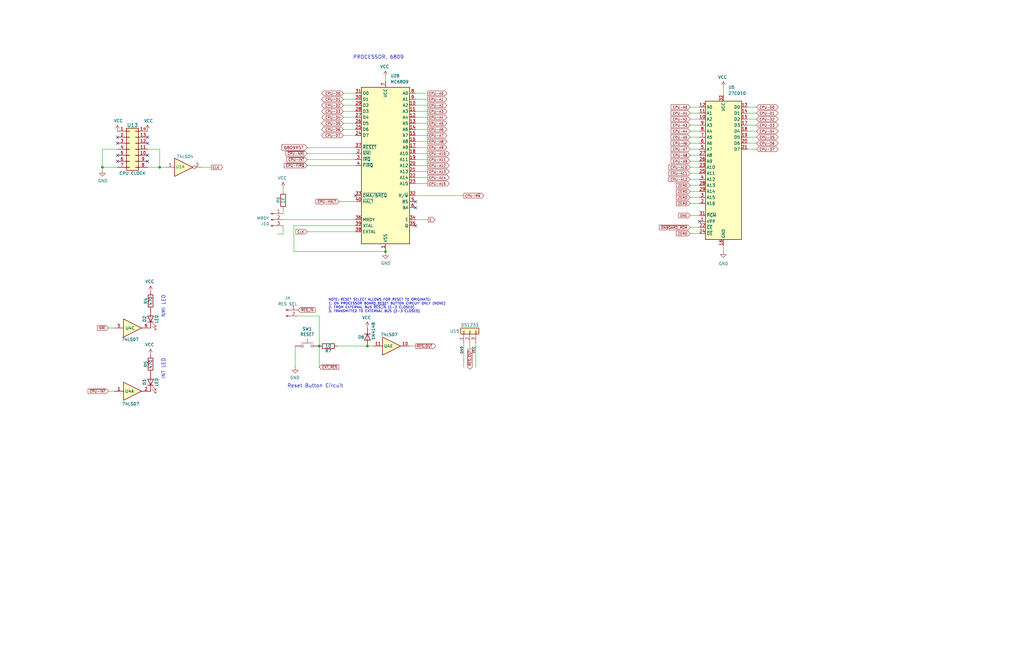
<source format=kicad_sch>
(kicad_sch (version 20211123) (generator eeschema)

  (uuid 4045b74c-7db6-4dd7-b540-c22208f5f53c)

  (paper "USLedger")

  (title_block
    (title "Duodyne 6809 CPU board")
    (date "2023-12-30")
    (rev "V1.00")
  )

  (lib_symbols
    (symbol "74xx:74LS04" (in_bom yes) (on_board yes)
      (property "Reference" "U" (id 0) (at 0 1.27 0)
        (effects (font (size 1.27 1.27)))
      )
      (property "Value" "74LS04" (id 1) (at 0 -1.27 0)
        (effects (font (size 1.27 1.27)))
      )
      (property "Footprint" "" (id 2) (at 0 0 0)
        (effects (font (size 1.27 1.27)) hide)
      )
      (property "Datasheet" "http://www.ti.com/lit/gpn/sn74LS04" (id 3) (at 0 0 0)
        (effects (font (size 1.27 1.27)) hide)
      )
      (property "ki_locked" "" (id 4) (at 0 0 0)
        (effects (font (size 1.27 1.27)))
      )
      (property "ki_keywords" "TTL not inv" (id 5) (at 0 0 0)
        (effects (font (size 1.27 1.27)) hide)
      )
      (property "ki_description" "Hex Inverter" (id 6) (at 0 0 0)
        (effects (font (size 1.27 1.27)) hide)
      )
      (property "ki_fp_filters" "DIP*W7.62mm* SSOP?14* TSSOP?14*" (id 7) (at 0 0 0)
        (effects (font (size 1.27 1.27)) hide)
      )
      (symbol "74LS04_1_0"
        (polyline
          (pts
            (xy -3.81 3.81)
            (xy -3.81 -3.81)
            (xy 3.81 0)
            (xy -3.81 3.81)
          )
          (stroke (width 0.254) (type default) (color 0 0 0 0))
          (fill (type background))
        )
        (pin input line (at -7.62 0 0) (length 3.81)
          (name "~" (effects (font (size 1.27 1.27))))
          (number "1" (effects (font (size 1.27 1.27))))
        )
        (pin output inverted (at 7.62 0 180) (length 3.81)
          (name "~" (effects (font (size 1.27 1.27))))
          (number "2" (effects (font (size 1.27 1.27))))
        )
      )
      (symbol "74LS04_2_0"
        (polyline
          (pts
            (xy -3.81 3.81)
            (xy -3.81 -3.81)
            (xy 3.81 0)
            (xy -3.81 3.81)
          )
          (stroke (width 0.254) (type default) (color 0 0 0 0))
          (fill (type background))
        )
        (pin input line (at -7.62 0 0) (length 3.81)
          (name "~" (effects (font (size 1.27 1.27))))
          (number "3" (effects (font (size 1.27 1.27))))
        )
        (pin output inverted (at 7.62 0 180) (length 3.81)
          (name "~" (effects (font (size 1.27 1.27))))
          (number "4" (effects (font (size 1.27 1.27))))
        )
      )
      (symbol "74LS04_3_0"
        (polyline
          (pts
            (xy -3.81 3.81)
            (xy -3.81 -3.81)
            (xy 3.81 0)
            (xy -3.81 3.81)
          )
          (stroke (width 0.254) (type default) (color 0 0 0 0))
          (fill (type background))
        )
        (pin input line (at -7.62 0 0) (length 3.81)
          (name "~" (effects (font (size 1.27 1.27))))
          (number "5" (effects (font (size 1.27 1.27))))
        )
        (pin output inverted (at 7.62 0 180) (length 3.81)
          (name "~" (effects (font (size 1.27 1.27))))
          (number "6" (effects (font (size 1.27 1.27))))
        )
      )
      (symbol "74LS04_4_0"
        (polyline
          (pts
            (xy -3.81 3.81)
            (xy -3.81 -3.81)
            (xy 3.81 0)
            (xy -3.81 3.81)
          )
          (stroke (width 0.254) (type default) (color 0 0 0 0))
          (fill (type background))
        )
        (pin output inverted (at 7.62 0 180) (length 3.81)
          (name "~" (effects (font (size 1.27 1.27))))
          (number "8" (effects (font (size 1.27 1.27))))
        )
        (pin input line (at -7.62 0 0) (length 3.81)
          (name "~" (effects (font (size 1.27 1.27))))
          (number "9" (effects (font (size 1.27 1.27))))
        )
      )
      (symbol "74LS04_5_0"
        (polyline
          (pts
            (xy -3.81 3.81)
            (xy -3.81 -3.81)
            (xy 3.81 0)
            (xy -3.81 3.81)
          )
          (stroke (width 0.254) (type default) (color 0 0 0 0))
          (fill (type background))
        )
        (pin output inverted (at 7.62 0 180) (length 3.81)
          (name "~" (effects (font (size 1.27 1.27))))
          (number "10" (effects (font (size 1.27 1.27))))
        )
        (pin input line (at -7.62 0 0) (length 3.81)
          (name "~" (effects (font (size 1.27 1.27))))
          (number "11" (effects (font (size 1.27 1.27))))
        )
      )
      (symbol "74LS04_6_0"
        (polyline
          (pts
            (xy -3.81 3.81)
            (xy -3.81 -3.81)
            (xy 3.81 0)
            (xy -3.81 3.81)
          )
          (stroke (width 0.254) (type default) (color 0 0 0 0))
          (fill (type background))
        )
        (pin output inverted (at 7.62 0 180) (length 3.81)
          (name "~" (effects (font (size 1.27 1.27))))
          (number "12" (effects (font (size 1.27 1.27))))
        )
        (pin input line (at -7.62 0 0) (length 3.81)
          (name "~" (effects (font (size 1.27 1.27))))
          (number "13" (effects (font (size 1.27 1.27))))
        )
      )
      (symbol "74LS04_7_0"
        (pin power_in line (at 0 12.7 270) (length 5.08)
          (name "VCC" (effects (font (size 1.27 1.27))))
          (number "14" (effects (font (size 1.27 1.27))))
        )
        (pin power_in line (at 0 -12.7 90) (length 5.08)
          (name "GND" (effects (font (size 1.27 1.27))))
          (number "7" (effects (font (size 1.27 1.27))))
        )
      )
      (symbol "74LS04_7_1"
        (rectangle (start -5.08 7.62) (end 5.08 -7.62)
          (stroke (width 0.254) (type default) (color 0 0 0 0))
          (fill (type background))
        )
      )
    )
    (symbol "74xx:74LS07" (pin_names (offset 1.016)) (in_bom yes) (on_board yes)
      (property "Reference" "U" (id 0) (at 0 1.27 0)
        (effects (font (size 1.27 1.27)))
      )
      (property "Value" "74LS07" (id 1) (at 0 -1.27 0)
        (effects (font (size 1.27 1.27)))
      )
      (property "Footprint" "" (id 2) (at 0 0 0)
        (effects (font (size 1.27 1.27)) hide)
      )
      (property "Datasheet" "www.ti.com/lit/ds/symlink/sn74ls07.pdf" (id 3) (at 0 0 0)
        (effects (font (size 1.27 1.27)) hide)
      )
      (property "ki_locked" "" (id 4) (at 0 0 0)
        (effects (font (size 1.27 1.27)))
      )
      (property "ki_keywords" "TTL hex buffer OpenCol" (id 5) (at 0 0 0)
        (effects (font (size 1.27 1.27)) hide)
      )
      (property "ki_description" "Hex Buffers and Drivers With Open Collector High Voltage Outputs" (id 6) (at 0 0 0)
        (effects (font (size 1.27 1.27)) hide)
      )
      (property "ki_fp_filters" "SOIC*3.9x8.7mm*P1.27mm* TSSOP*4.4x5mm*P0.65mm* DIP*W7.62mm*" (id 7) (at 0 0 0)
        (effects (font (size 1.27 1.27)) hide)
      )
      (symbol "74LS07_1_0"
        (polyline
          (pts
            (xy -3.81 3.81)
            (xy -3.81 -3.81)
            (xy 3.81 0)
            (xy -3.81 3.81)
          )
          (stroke (width 0.254) (type default) (color 0 0 0 0))
          (fill (type background))
        )
        (pin input line (at -7.62 0 0) (length 3.81)
          (name "~" (effects (font (size 1.27 1.27))))
          (number "1" (effects (font (size 1.27 1.27))))
        )
        (pin open_collector line (at 7.62 0 180) (length 3.81)
          (name "~" (effects (font (size 1.27 1.27))))
          (number "2" (effects (font (size 1.27 1.27))))
        )
      )
      (symbol "74LS07_2_0"
        (polyline
          (pts
            (xy -3.81 3.81)
            (xy -3.81 -3.81)
            (xy 3.81 0)
            (xy -3.81 3.81)
          )
          (stroke (width 0.254) (type default) (color 0 0 0 0))
          (fill (type background))
        )
        (pin input line (at -7.62 0 0) (length 3.81)
          (name "~" (effects (font (size 1.27 1.27))))
          (number "3" (effects (font (size 1.27 1.27))))
        )
        (pin open_collector line (at 7.62 0 180) (length 3.81)
          (name "~" (effects (font (size 1.27 1.27))))
          (number "4" (effects (font (size 1.27 1.27))))
        )
      )
      (symbol "74LS07_3_0"
        (polyline
          (pts
            (xy -3.81 3.81)
            (xy -3.81 -3.81)
            (xy 3.81 0)
            (xy -3.81 3.81)
          )
          (stroke (width 0.254) (type default) (color 0 0 0 0))
          (fill (type background))
        )
        (pin input line (at -7.62 0 0) (length 3.81)
          (name "~" (effects (font (size 1.27 1.27))))
          (number "5" (effects (font (size 1.27 1.27))))
        )
        (pin open_collector line (at 7.62 0 180) (length 3.81)
          (name "~" (effects (font (size 1.27 1.27))))
          (number "6" (effects (font (size 1.27 1.27))))
        )
      )
      (symbol "74LS07_4_0"
        (polyline
          (pts
            (xy -3.81 3.81)
            (xy -3.81 -3.81)
            (xy 3.81 0)
            (xy -3.81 3.81)
          )
          (stroke (width 0.254) (type default) (color 0 0 0 0))
          (fill (type background))
        )
        (pin open_collector line (at 7.62 0 180) (length 3.81)
          (name "~" (effects (font (size 1.27 1.27))))
          (number "8" (effects (font (size 1.27 1.27))))
        )
        (pin input line (at -7.62 0 0) (length 3.81)
          (name "~" (effects (font (size 1.27 1.27))))
          (number "9" (effects (font (size 1.27 1.27))))
        )
      )
      (symbol "74LS07_5_0"
        (polyline
          (pts
            (xy -3.81 3.81)
            (xy -3.81 -3.81)
            (xy 3.81 0)
            (xy -3.81 3.81)
          )
          (stroke (width 0.254) (type default) (color 0 0 0 0))
          (fill (type background))
        )
        (pin open_collector line (at 7.62 0 180) (length 3.81)
          (name "~" (effects (font (size 1.27 1.27))))
          (number "10" (effects (font (size 1.27 1.27))))
        )
        (pin input line (at -7.62 0 0) (length 3.81)
          (name "~" (effects (font (size 1.27 1.27))))
          (number "11" (effects (font (size 1.27 1.27))))
        )
      )
      (symbol "74LS07_6_0"
        (polyline
          (pts
            (xy -3.81 3.81)
            (xy -3.81 -3.81)
            (xy 3.81 0)
            (xy -3.81 3.81)
          )
          (stroke (width 0.254) (type default) (color 0 0 0 0))
          (fill (type background))
        )
        (pin open_collector line (at 7.62 0 180) (length 3.81)
          (name "~" (effects (font (size 1.27 1.27))))
          (number "12" (effects (font (size 1.27 1.27))))
        )
        (pin input line (at -7.62 0 0) (length 3.81)
          (name "~" (effects (font (size 1.27 1.27))))
          (number "13" (effects (font (size 1.27 1.27))))
        )
      )
      (symbol "74LS07_7_0"
        (pin power_in line (at 0 12.7 270) (length 5.08)
          (name "VCC" (effects (font (size 1.27 1.27))))
          (number "14" (effects (font (size 1.27 1.27))))
        )
        (pin power_in line (at 0 -12.7 90) (length 5.08)
          (name "GND" (effects (font (size 1.27 1.27))))
          (number "7" (effects (font (size 1.27 1.27))))
        )
      )
      (symbol "74LS07_7_1"
        (rectangle (start -5.08 7.62) (end 5.08 -7.62)
          (stroke (width 0.254) (type default) (color 0 0 0 0))
          (fill (type background))
        )
      )
    )
    (symbol "CPU_NXP_6800:MC6809" (in_bom yes) (on_board yes)
      (property "Reference" "U" (id 0) (at -7.62 34.29 0)
        (effects (font (size 1.27 1.27)) (justify right))
      )
      (property "Value" "MC6809" (id 1) (at 10.16 34.29 0)
        (effects (font (size 1.27 1.27)) (justify right))
      )
      (property "Footprint" "Package_DIP:DIP-40_W15.24mm" (id 2) (at 0 -38.1 0)
        (effects (font (size 1.27 1.27)) hide)
      )
      (property "Datasheet" "http://pdf.datasheetcatalog.com/datasheet/motorola/MC68B09S.pdf" (id 3) (at 0 0 0)
        (effects (font (size 1.27 1.27)) hide)
      )
      (property "ki_keywords" "MCU" (id 4) (at 0 0 0)
        (effects (font (size 1.27 1.27)) hide)
      )
      (property "ki_description" "8-Bit Microprocessing unit 1.0MHz, DIP-40" (id 5) (at 0 0 0)
        (effects (font (size 1.27 1.27)) hide)
      )
      (property "ki_fp_filters" "DIP*W15.24mm*" (id 6) (at 0 0 0)
        (effects (font (size 1.27 1.27)) hide)
      )
      (symbol "MC6809_0_1"
        (rectangle (start -10.16 -33.02) (end 10.16 33.02)
          (stroke (width 0.254) (type default) (color 0 0 0 0))
          (fill (type background))
        )
      )
      (symbol "MC6809_1_1"
        (pin power_in line (at 0 -35.56 90) (length 2.54)
          (name "VSS" (effects (font (size 1.27 1.27))))
          (number "1" (effects (font (size 1.27 1.27))))
        )
        (pin output line (at 12.7 25.4 180) (length 2.54)
          (name "A2" (effects (font (size 1.27 1.27))))
          (number "10" (effects (font (size 1.27 1.27))))
        )
        (pin output line (at 12.7 22.86 180) (length 2.54)
          (name "A3" (effects (font (size 1.27 1.27))))
          (number "11" (effects (font (size 1.27 1.27))))
        )
        (pin output line (at 12.7 20.32 180) (length 2.54)
          (name "A4" (effects (font (size 1.27 1.27))))
          (number "12" (effects (font (size 1.27 1.27))))
        )
        (pin output line (at 12.7 17.78 180) (length 2.54)
          (name "A5" (effects (font (size 1.27 1.27))))
          (number "13" (effects (font (size 1.27 1.27))))
        )
        (pin output line (at 12.7 15.24 180) (length 2.54)
          (name "A6" (effects (font (size 1.27 1.27))))
          (number "14" (effects (font (size 1.27 1.27))))
        )
        (pin output line (at 12.7 12.7 180) (length 2.54)
          (name "A7" (effects (font (size 1.27 1.27))))
          (number "15" (effects (font (size 1.27 1.27))))
        )
        (pin output line (at 12.7 10.16 180) (length 2.54)
          (name "A8" (effects (font (size 1.27 1.27))))
          (number "16" (effects (font (size 1.27 1.27))))
        )
        (pin output line (at 12.7 7.62 180) (length 2.54)
          (name "A9" (effects (font (size 1.27 1.27))))
          (number "17" (effects (font (size 1.27 1.27))))
        )
        (pin output line (at 12.7 5.08 180) (length 2.54)
          (name "A10" (effects (font (size 1.27 1.27))))
          (number "18" (effects (font (size 1.27 1.27))))
        )
        (pin output line (at 12.7 2.54 180) (length 2.54)
          (name "A11" (effects (font (size 1.27 1.27))))
          (number "19" (effects (font (size 1.27 1.27))))
        )
        (pin input line (at -12.7 5.08 0) (length 2.54)
          (name "~{NMI}" (effects (font (size 1.27 1.27))))
          (number "2" (effects (font (size 1.27 1.27))))
        )
        (pin output line (at 12.7 0 180) (length 2.54)
          (name "A12" (effects (font (size 1.27 1.27))))
          (number "20" (effects (font (size 1.27 1.27))))
        )
        (pin output line (at 12.7 -2.54 180) (length 2.54)
          (name "A13" (effects (font (size 1.27 1.27))))
          (number "21" (effects (font (size 1.27 1.27))))
        )
        (pin output line (at 12.7 -5.08 180) (length 2.54)
          (name "A14" (effects (font (size 1.27 1.27))))
          (number "22" (effects (font (size 1.27 1.27))))
        )
        (pin output line (at 12.7 -7.62 180) (length 2.54)
          (name "A15" (effects (font (size 1.27 1.27))))
          (number "23" (effects (font (size 1.27 1.27))))
        )
        (pin bidirectional line (at -12.7 12.7 0) (length 2.54)
          (name "D7" (effects (font (size 1.27 1.27))))
          (number "24" (effects (font (size 1.27 1.27))))
        )
        (pin bidirectional line (at -12.7 15.24 0) (length 2.54)
          (name "D6" (effects (font (size 1.27 1.27))))
          (number "25" (effects (font (size 1.27 1.27))))
        )
        (pin bidirectional line (at -12.7 17.78 0) (length 2.54)
          (name "D5" (effects (font (size 1.27 1.27))))
          (number "26" (effects (font (size 1.27 1.27))))
        )
        (pin bidirectional line (at -12.7 20.32 0) (length 2.54)
          (name "D4" (effects (font (size 1.27 1.27))))
          (number "27" (effects (font (size 1.27 1.27))))
        )
        (pin bidirectional line (at -12.7 22.86 0) (length 2.54)
          (name "D3" (effects (font (size 1.27 1.27))))
          (number "28" (effects (font (size 1.27 1.27))))
        )
        (pin bidirectional line (at -12.7 25.4 0) (length 2.54)
          (name "D2" (effects (font (size 1.27 1.27))))
          (number "29" (effects (font (size 1.27 1.27))))
        )
        (pin input line (at -12.7 2.54 0) (length 2.54)
          (name "~{IRQ}" (effects (font (size 1.27 1.27))))
          (number "3" (effects (font (size 1.27 1.27))))
        )
        (pin bidirectional line (at -12.7 27.94 0) (length 2.54)
          (name "D1" (effects (font (size 1.27 1.27))))
          (number "30" (effects (font (size 1.27 1.27))))
        )
        (pin bidirectional line (at -12.7 30.48 0) (length 2.54)
          (name "D0" (effects (font (size 1.27 1.27))))
          (number "31" (effects (font (size 1.27 1.27))))
        )
        (pin output line (at 12.7 -12.7 180) (length 2.54)
          (name "R/~{W}" (effects (font (size 1.27 1.27))))
          (number "32" (effects (font (size 1.27 1.27))))
        )
        (pin input line (at -12.7 -12.7 0) (length 2.54)
          (name "~{DMA/BREQ}" (effects (font (size 1.27 1.27))))
          (number "33" (effects (font (size 1.27 1.27))))
        )
        (pin output line (at 12.7 -22.86 180) (length 2.54)
          (name "E" (effects (font (size 1.27 1.27))))
          (number "34" (effects (font (size 1.27 1.27))))
        )
        (pin output line (at 12.7 -25.4 180) (length 2.54)
          (name "Q" (effects (font (size 1.27 1.27))))
          (number "35" (effects (font (size 1.27 1.27))))
        )
        (pin input line (at -12.7 -22.86 0) (length 2.54)
          (name "MRDY" (effects (font (size 1.27 1.27))))
          (number "36" (effects (font (size 1.27 1.27))))
        )
        (pin input line (at -12.7 7.62 0) (length 2.54)
          (name "~{RESET}" (effects (font (size 1.27 1.27))))
          (number "37" (effects (font (size 1.27 1.27))))
        )
        (pin input line (at -12.7 -27.94 0) (length 2.54)
          (name "EXTAL" (effects (font (size 1.27 1.27))))
          (number "38" (effects (font (size 1.27 1.27))))
        )
        (pin input line (at -12.7 -25.4 0) (length 2.54)
          (name "XTAL" (effects (font (size 1.27 1.27))))
          (number "39" (effects (font (size 1.27 1.27))))
        )
        (pin input line (at -12.7 0 0) (length 2.54)
          (name "~{FIRQ}" (effects (font (size 1.27 1.27))))
          (number "4" (effects (font (size 1.27 1.27))))
        )
        (pin input line (at -12.7 -15.24 0) (length 2.54)
          (name "~{HALT}" (effects (font (size 1.27 1.27))))
          (number "40" (effects (font (size 1.27 1.27))))
        )
        (pin output line (at 12.7 -15.24 180) (length 2.54)
          (name "BS" (effects (font (size 1.27 1.27))))
          (number "5" (effects (font (size 1.27 1.27))))
        )
        (pin output line (at 12.7 -17.78 180) (length 2.54)
          (name "BA" (effects (font (size 1.27 1.27))))
          (number "6" (effects (font (size 1.27 1.27))))
        )
        (pin power_in line (at 0 35.56 270) (length 2.54)
          (name "VCC" (effects (font (size 1.27 1.27))))
          (number "7" (effects (font (size 1.27 1.27))))
        )
        (pin output line (at 12.7 30.48 180) (length 2.54)
          (name "A0" (effects (font (size 1.27 1.27))))
          (number "8" (effects (font (size 1.27 1.27))))
        )
        (pin output line (at 12.7 27.94 180) (length 2.54)
          (name "A1" (effects (font (size 1.27 1.27))))
          (number "9" (effects (font (size 1.27 1.27))))
        )
      )
    )
    (symbol "Connector:Conn_01x02_Male" (pin_names (offset 1.016) hide) (in_bom yes) (on_board yes)
      (property "Reference" "J" (id 0) (at 0 2.54 0)
        (effects (font (size 1.27 1.27)))
      )
      (property "Value" "Conn_01x02_Male" (id 1) (at 0 -5.08 0)
        (effects (font (size 1.27 1.27)))
      )
      (property "Footprint" "" (id 2) (at 0 0 0)
        (effects (font (size 1.27 1.27)) hide)
      )
      (property "Datasheet" "~" (id 3) (at 0 0 0)
        (effects (font (size 1.27 1.27)) hide)
      )
      (property "ki_keywords" "connector" (id 4) (at 0 0 0)
        (effects (font (size 1.27 1.27)) hide)
      )
      (property "ki_description" "Generic connector, single row, 01x02, script generated (kicad-library-utils/schlib/autogen/connector/)" (id 5) (at 0 0 0)
        (effects (font (size 1.27 1.27)) hide)
      )
      (property "ki_fp_filters" "Connector*:*_1x??_*" (id 6) (at 0 0 0)
        (effects (font (size 1.27 1.27)) hide)
      )
      (symbol "Conn_01x02_Male_1_1"
        (polyline
          (pts
            (xy 1.27 -2.54)
            (xy 0.8636 -2.54)
          )
          (stroke (width 0.1524) (type default) (color 0 0 0 0))
          (fill (type none))
        )
        (polyline
          (pts
            (xy 1.27 0)
            (xy 0.8636 0)
          )
          (stroke (width 0.1524) (type default) (color 0 0 0 0))
          (fill (type none))
        )
        (rectangle (start 0.8636 -2.413) (end 0 -2.667)
          (stroke (width 0.1524) (type default) (color 0 0 0 0))
          (fill (type outline))
        )
        (rectangle (start 0.8636 0.127) (end 0 -0.127)
          (stroke (width 0.1524) (type default) (color 0 0 0 0))
          (fill (type outline))
        )
        (pin passive line (at 5.08 0 180) (length 3.81)
          (name "Pin_1" (effects (font (size 1.27 1.27))))
          (number "1" (effects (font (size 1.27 1.27))))
        )
        (pin passive line (at 5.08 -2.54 180) (length 3.81)
          (name "Pin_2" (effects (font (size 1.27 1.27))))
          (number "2" (effects (font (size 1.27 1.27))))
        )
      )
    )
    (symbol "Connector:Conn_01x03_Male" (pin_names (offset 1.016) hide) (in_bom yes) (on_board yes)
      (property "Reference" "J" (id 0) (at 0 5.08 0)
        (effects (font (size 1.27 1.27)))
      )
      (property "Value" "Conn_01x03_Male" (id 1) (at 0 -5.08 0)
        (effects (font (size 1.27 1.27)))
      )
      (property "Footprint" "" (id 2) (at 0 0 0)
        (effects (font (size 1.27 1.27)) hide)
      )
      (property "Datasheet" "~" (id 3) (at 0 0 0)
        (effects (font (size 1.27 1.27)) hide)
      )
      (property "ki_keywords" "connector" (id 4) (at 0 0 0)
        (effects (font (size 1.27 1.27)) hide)
      )
      (property "ki_description" "Generic connector, single row, 01x03, script generated (kicad-library-utils/schlib/autogen/connector/)" (id 5) (at 0 0 0)
        (effects (font (size 1.27 1.27)) hide)
      )
      (property "ki_fp_filters" "Connector*:*_1x??_*" (id 6) (at 0 0 0)
        (effects (font (size 1.27 1.27)) hide)
      )
      (symbol "Conn_01x03_Male_1_1"
        (polyline
          (pts
            (xy 1.27 -2.54)
            (xy 0.8636 -2.54)
          )
          (stroke (width 0.1524) (type default) (color 0 0 0 0))
          (fill (type none))
        )
        (polyline
          (pts
            (xy 1.27 0)
            (xy 0.8636 0)
          )
          (stroke (width 0.1524) (type default) (color 0 0 0 0))
          (fill (type none))
        )
        (polyline
          (pts
            (xy 1.27 2.54)
            (xy 0.8636 2.54)
          )
          (stroke (width 0.1524) (type default) (color 0 0 0 0))
          (fill (type none))
        )
        (rectangle (start 0.8636 -2.413) (end 0 -2.667)
          (stroke (width 0.1524) (type default) (color 0 0 0 0))
          (fill (type outline))
        )
        (rectangle (start 0.8636 0.127) (end 0 -0.127)
          (stroke (width 0.1524) (type default) (color 0 0 0 0))
          (fill (type outline))
        )
        (rectangle (start 0.8636 2.667) (end 0 2.413)
          (stroke (width 0.1524) (type default) (color 0 0 0 0))
          (fill (type outline))
        )
        (pin passive line (at 5.08 2.54 180) (length 3.81)
          (name "Pin_1" (effects (font (size 1.27 1.27))))
          (number "1" (effects (font (size 1.27 1.27))))
        )
        (pin passive line (at 5.08 0 180) (length 3.81)
          (name "Pin_2" (effects (font (size 1.27 1.27))))
          (number "2" (effects (font (size 1.27 1.27))))
        )
        (pin passive line (at 5.08 -2.54 180) (length 3.81)
          (name "Pin_3" (effects (font (size 1.27 1.27))))
          (number "3" (effects (font (size 1.27 1.27))))
        )
      )
    )
    (symbol "Connector_Generic:Conn_01x03" (pin_names (offset 1.016) hide) (in_bom yes) (on_board yes)
      (property "Reference" "J" (id 0) (at 0 5.08 0)
        (effects (font (size 1.27 1.27)))
      )
      (property "Value" "Conn_01x03" (id 1) (at 0 -5.08 0)
        (effects (font (size 1.27 1.27)))
      )
      (property "Footprint" "" (id 2) (at 0 0 0)
        (effects (font (size 1.27 1.27)) hide)
      )
      (property "Datasheet" "~" (id 3) (at 0 0 0)
        (effects (font (size 1.27 1.27)) hide)
      )
      (property "ki_keywords" "connector" (id 4) (at 0 0 0)
        (effects (font (size 1.27 1.27)) hide)
      )
      (property "ki_description" "Generic connector, single row, 01x03, script generated (kicad-library-utils/schlib/autogen/connector/)" (id 5) (at 0 0 0)
        (effects (font (size 1.27 1.27)) hide)
      )
      (property "ki_fp_filters" "Connector*:*_1x??_*" (id 6) (at 0 0 0)
        (effects (font (size 1.27 1.27)) hide)
      )
      (symbol "Conn_01x03_1_1"
        (rectangle (start -1.27 -2.413) (end 0 -2.667)
          (stroke (width 0.1524) (type default) (color 0 0 0 0))
          (fill (type none))
        )
        (rectangle (start -1.27 0.127) (end 0 -0.127)
          (stroke (width 0.1524) (type default) (color 0 0 0 0))
          (fill (type none))
        )
        (rectangle (start -1.27 2.667) (end 0 2.413)
          (stroke (width 0.1524) (type default) (color 0 0 0 0))
          (fill (type none))
        )
        (rectangle (start -1.27 3.81) (end 1.27 -3.81)
          (stroke (width 0.254) (type default) (color 0 0 0 0))
          (fill (type background))
        )
        (pin passive line (at -5.08 2.54 0) (length 3.81)
          (name "Pin_1" (effects (font (size 1.27 1.27))))
          (number "1" (effects (font (size 1.27 1.27))))
        )
        (pin passive line (at -5.08 0 0) (length 3.81)
          (name "Pin_2" (effects (font (size 1.27 1.27))))
          (number "2" (effects (font (size 1.27 1.27))))
        )
        (pin passive line (at -5.08 -2.54 0) (length 3.81)
          (name "Pin_3" (effects (font (size 1.27 1.27))))
          (number "3" (effects (font (size 1.27 1.27))))
        )
      )
    )
    (symbol "Connector_Generic:Conn_02x07_Counter_Clockwise" (pin_names (offset 1.016) hide) (in_bom yes) (on_board yes)
      (property "Reference" "J" (id 0) (at 1.27 10.16 0)
        (effects (font (size 1.27 1.27)))
      )
      (property "Value" "Conn_02x07_Counter_Clockwise" (id 1) (at 1.27 -10.16 0)
        (effects (font (size 1.27 1.27)))
      )
      (property "Footprint" "" (id 2) (at 0 0 0)
        (effects (font (size 1.27 1.27)) hide)
      )
      (property "Datasheet" "~" (id 3) (at 0 0 0)
        (effects (font (size 1.27 1.27)) hide)
      )
      (property "ki_keywords" "connector" (id 4) (at 0 0 0)
        (effects (font (size 1.27 1.27)) hide)
      )
      (property "ki_description" "Generic connector, double row, 02x07, counter clockwise pin numbering scheme (similar to DIP package numbering), script generated (kicad-library-utils/schlib/autogen/connector/)" (id 5) (at 0 0 0)
        (effects (font (size 1.27 1.27)) hide)
      )
      (property "ki_fp_filters" "Connector*:*_2x??_*" (id 6) (at 0 0 0)
        (effects (font (size 1.27 1.27)) hide)
      )
      (symbol "Conn_02x07_Counter_Clockwise_1_1"
        (rectangle (start -1.27 -7.493) (end 0 -7.747)
          (stroke (width 0.1524) (type default) (color 0 0 0 0))
          (fill (type none))
        )
        (rectangle (start -1.27 -4.953) (end 0 -5.207)
          (stroke (width 0.1524) (type default) (color 0 0 0 0))
          (fill (type none))
        )
        (rectangle (start -1.27 -2.413) (end 0 -2.667)
          (stroke (width 0.1524) (type default) (color 0 0 0 0))
          (fill (type none))
        )
        (rectangle (start -1.27 0.127) (end 0 -0.127)
          (stroke (width 0.1524) (type default) (color 0 0 0 0))
          (fill (type none))
        )
        (rectangle (start -1.27 2.667) (end 0 2.413)
          (stroke (width 0.1524) (type default) (color 0 0 0 0))
          (fill (type none))
        )
        (rectangle (start -1.27 5.207) (end 0 4.953)
          (stroke (width 0.1524) (type default) (color 0 0 0 0))
          (fill (type none))
        )
        (rectangle (start -1.27 7.747) (end 0 7.493)
          (stroke (width 0.1524) (type default) (color 0 0 0 0))
          (fill (type none))
        )
        (rectangle (start -1.27 8.89) (end 3.81 -8.89)
          (stroke (width 0.254) (type default) (color 0 0 0 0))
          (fill (type background))
        )
        (rectangle (start 3.81 -7.493) (end 2.54 -7.747)
          (stroke (width 0.1524) (type default) (color 0 0 0 0))
          (fill (type none))
        )
        (rectangle (start 3.81 -4.953) (end 2.54 -5.207)
          (stroke (width 0.1524) (type default) (color 0 0 0 0))
          (fill (type none))
        )
        (rectangle (start 3.81 -2.413) (end 2.54 -2.667)
          (stroke (width 0.1524) (type default) (color 0 0 0 0))
          (fill (type none))
        )
        (rectangle (start 3.81 0.127) (end 2.54 -0.127)
          (stroke (width 0.1524) (type default) (color 0 0 0 0))
          (fill (type none))
        )
        (rectangle (start 3.81 2.667) (end 2.54 2.413)
          (stroke (width 0.1524) (type default) (color 0 0 0 0))
          (fill (type none))
        )
        (rectangle (start 3.81 5.207) (end 2.54 4.953)
          (stroke (width 0.1524) (type default) (color 0 0 0 0))
          (fill (type none))
        )
        (rectangle (start 3.81 7.747) (end 2.54 7.493)
          (stroke (width 0.1524) (type default) (color 0 0 0 0))
          (fill (type none))
        )
        (pin passive line (at -5.08 7.62 0) (length 3.81)
          (name "Pin_1" (effects (font (size 1.27 1.27))))
          (number "1" (effects (font (size 1.27 1.27))))
        )
        (pin passive line (at 7.62 -2.54 180) (length 3.81)
          (name "Pin_10" (effects (font (size 1.27 1.27))))
          (number "10" (effects (font (size 1.27 1.27))))
        )
        (pin passive line (at 7.62 0 180) (length 3.81)
          (name "Pin_11" (effects (font (size 1.27 1.27))))
          (number "11" (effects (font (size 1.27 1.27))))
        )
        (pin passive line (at 7.62 2.54 180) (length 3.81)
          (name "Pin_12" (effects (font (size 1.27 1.27))))
          (number "12" (effects (font (size 1.27 1.27))))
        )
        (pin passive line (at 7.62 5.08 180) (length 3.81)
          (name "Pin_13" (effects (font (size 1.27 1.27))))
          (number "13" (effects (font (size 1.27 1.27))))
        )
        (pin passive line (at 7.62 7.62 180) (length 3.81)
          (name "Pin_14" (effects (font (size 1.27 1.27))))
          (number "14" (effects (font (size 1.27 1.27))))
        )
        (pin passive line (at -5.08 5.08 0) (length 3.81)
          (name "Pin_2" (effects (font (size 1.27 1.27))))
          (number "2" (effects (font (size 1.27 1.27))))
        )
        (pin passive line (at -5.08 2.54 0) (length 3.81)
          (name "Pin_3" (effects (font (size 1.27 1.27))))
          (number "3" (effects (font (size 1.27 1.27))))
        )
        (pin passive line (at -5.08 0 0) (length 3.81)
          (name "Pin_4" (effects (font (size 1.27 1.27))))
          (number "4" (effects (font (size 1.27 1.27))))
        )
        (pin passive line (at -5.08 -2.54 0) (length 3.81)
          (name "Pin_5" (effects (font (size 1.27 1.27))))
          (number "5" (effects (font (size 1.27 1.27))))
        )
        (pin passive line (at -5.08 -5.08 0) (length 3.81)
          (name "Pin_6" (effects (font (size 1.27 1.27))))
          (number "6" (effects (font (size 1.27 1.27))))
        )
        (pin passive line (at -5.08 -7.62 0) (length 3.81)
          (name "Pin_7" (effects (font (size 1.27 1.27))))
          (number "7" (effects (font (size 1.27 1.27))))
        )
        (pin passive line (at 7.62 -7.62 180) (length 3.81)
          (name "Pin_8" (effects (font (size 1.27 1.27))))
          (number "8" (effects (font (size 1.27 1.27))))
        )
        (pin passive line (at 7.62 -5.08 180) (length 3.81)
          (name "Pin_9" (effects (font (size 1.27 1.27))))
          (number "9" (effects (font (size 1.27 1.27))))
        )
      )
    )
    (symbol "Device:LED" (pin_numbers hide) (pin_names (offset 1.016) hide) (in_bom yes) (on_board yes)
      (property "Reference" "D" (id 0) (at 0 2.54 0)
        (effects (font (size 1.27 1.27)))
      )
      (property "Value" "LED" (id 1) (at 0 -2.54 0)
        (effects (font (size 1.27 1.27)))
      )
      (property "Footprint" "" (id 2) (at 0 0 0)
        (effects (font (size 1.27 1.27)) hide)
      )
      (property "Datasheet" "~" (id 3) (at 0 0 0)
        (effects (font (size 1.27 1.27)) hide)
      )
      (property "ki_keywords" "LED diode" (id 4) (at 0 0 0)
        (effects (font (size 1.27 1.27)) hide)
      )
      (property "ki_description" "Light emitting diode" (id 5) (at 0 0 0)
        (effects (font (size 1.27 1.27)) hide)
      )
      (property "ki_fp_filters" "LED* LED_SMD:* LED_THT:*" (id 6) (at 0 0 0)
        (effects (font (size 1.27 1.27)) hide)
      )
      (symbol "LED_0_1"
        (polyline
          (pts
            (xy -1.27 -1.27)
            (xy -1.27 1.27)
          )
          (stroke (width 0.254) (type default) (color 0 0 0 0))
          (fill (type none))
        )
        (polyline
          (pts
            (xy -1.27 0)
            (xy 1.27 0)
          )
          (stroke (width 0) (type default) (color 0 0 0 0))
          (fill (type none))
        )
        (polyline
          (pts
            (xy 1.27 -1.27)
            (xy 1.27 1.27)
            (xy -1.27 0)
            (xy 1.27 -1.27)
          )
          (stroke (width 0.254) (type default) (color 0 0 0 0))
          (fill (type none))
        )
        (polyline
          (pts
            (xy -3.048 -0.762)
            (xy -4.572 -2.286)
            (xy -3.81 -2.286)
            (xy -4.572 -2.286)
            (xy -4.572 -1.524)
          )
          (stroke (width 0) (type default) (color 0 0 0 0))
          (fill (type none))
        )
        (polyline
          (pts
            (xy -1.778 -0.762)
            (xy -3.302 -2.286)
            (xy -2.54 -2.286)
            (xy -3.302 -2.286)
            (xy -3.302 -1.524)
          )
          (stroke (width 0) (type default) (color 0 0 0 0))
          (fill (type none))
        )
      )
      (symbol "LED_1_1"
        (pin passive line (at -3.81 0 0) (length 2.54)
          (name "K" (effects (font (size 1.27 1.27))))
          (number "1" (effects (font (size 1.27 1.27))))
        )
        (pin passive line (at 3.81 0 180) (length 2.54)
          (name "A" (effects (font (size 1.27 1.27))))
          (number "2" (effects (font (size 1.27 1.27))))
        )
      )
    )
    (symbol "Device:R" (pin_numbers hide) (pin_names (offset 0)) (in_bom yes) (on_board yes)
      (property "Reference" "R" (id 0) (at 2.032 0 90)
        (effects (font (size 1.27 1.27)))
      )
      (property "Value" "R" (id 1) (at 0 0 90)
        (effects (font (size 1.27 1.27)))
      )
      (property "Footprint" "" (id 2) (at -1.778 0 90)
        (effects (font (size 1.27 1.27)) hide)
      )
      (property "Datasheet" "~" (id 3) (at 0 0 0)
        (effects (font (size 1.27 1.27)) hide)
      )
      (property "ki_keywords" "R res resistor" (id 4) (at 0 0 0)
        (effects (font (size 1.27 1.27)) hide)
      )
      (property "ki_description" "Resistor" (id 5) (at 0 0 0)
        (effects (font (size 1.27 1.27)) hide)
      )
      (property "ki_fp_filters" "R_*" (id 6) (at 0 0 0)
        (effects (font (size 1.27 1.27)) hide)
      )
      (symbol "R_0_1"
        (rectangle (start -1.016 -2.54) (end 1.016 2.54)
          (stroke (width 0.254) (type default) (color 0 0 0 0))
          (fill (type none))
        )
      )
      (symbol "R_1_1"
        (pin passive line (at 0 3.81 270) (length 1.27)
          (name "~" (effects (font (size 1.27 1.27))))
          (number "1" (effects (font (size 1.27 1.27))))
        )
        (pin passive line (at 0 -3.81 90) (length 1.27)
          (name "~" (effects (font (size 1.27 1.27))))
          (number "2" (effects (font (size 1.27 1.27))))
        )
      )
    )
    (symbol "Diode:1N4148" (pin_numbers hide) (pin_names hide) (in_bom yes) (on_board yes)
      (property "Reference" "D" (id 0) (at 0 2.54 0)
        (effects (font (size 1.27 1.27)))
      )
      (property "Value" "1N4148" (id 1) (at 0 -2.54 0)
        (effects (font (size 1.27 1.27)))
      )
      (property "Footprint" "Diode_THT:D_DO-35_SOD27_P7.62mm_Horizontal" (id 2) (at 0 0 0)
        (effects (font (size 1.27 1.27)) hide)
      )
      (property "Datasheet" "https://assets.nexperia.com/documents/data-sheet/1N4148_1N4448.pdf" (id 3) (at 0 0 0)
        (effects (font (size 1.27 1.27)) hide)
      )
      (property "ki_keywords" "diode" (id 4) (at 0 0 0)
        (effects (font (size 1.27 1.27)) hide)
      )
      (property "ki_description" "100V 0.15A standard switching diode, DO-35" (id 5) (at 0 0 0)
        (effects (font (size 1.27 1.27)) hide)
      )
      (property "ki_fp_filters" "D*DO?35*" (id 6) (at 0 0 0)
        (effects (font (size 1.27 1.27)) hide)
      )
      (symbol "1N4148_0_1"
        (polyline
          (pts
            (xy -1.27 1.27)
            (xy -1.27 -1.27)
          )
          (stroke (width 0.254) (type default) (color 0 0 0 0))
          (fill (type none))
        )
        (polyline
          (pts
            (xy 1.27 0)
            (xy -1.27 0)
          )
          (stroke (width 0) (type default) (color 0 0 0 0))
          (fill (type none))
        )
        (polyline
          (pts
            (xy 1.27 1.27)
            (xy 1.27 -1.27)
            (xy -1.27 0)
            (xy 1.27 1.27)
          )
          (stroke (width 0.254) (type default) (color 0 0 0 0))
          (fill (type none))
        )
      )
      (symbol "1N4148_1_1"
        (pin passive line (at -3.81 0 0) (length 2.54)
          (name "K" (effects (font (size 1.27 1.27))))
          (number "1" (effects (font (size 1.27 1.27))))
        )
        (pin passive line (at 3.81 0 180) (length 2.54)
          (name "A" (effects (font (size 1.27 1.27))))
          (number "2" (effects (font (size 1.27 1.27))))
        )
      )
    )
    (symbol "Memory_EPROM:27C010" (in_bom yes) (on_board yes)
      (property "Reference" "U" (id 0) (at -7.62 29.21 0)
        (effects (font (size 1.27 1.27)))
      )
      (property "Value" "27C010" (id 1) (at 2.54 -31.75 0)
        (effects (font (size 1.27 1.27)) (justify left))
      )
      (property "Footprint" "" (id 2) (at 0 0 0)
        (effects (font (size 1.27 1.27)) hide)
      )
      (property "Datasheet" "http://ww1.microchip.com/downloads/en/DeviceDoc/doc0321.pdf" (id 3) (at 0 0 0)
        (effects (font (size 1.27 1.27)) hide)
      )
      (property "ki_keywords" "OTP EPROM 1MiBit" (id 4) (at 0 0 0)
        (effects (font (size 1.27 1.27)) hide)
      )
      (property "ki_description" "OTP EPROM 1 MiBit (128 Ki x 8 Bit)" (id 5) (at 0 0 0)
        (effects (font (size 1.27 1.27)) hide)
      )
      (property "ki_fp_filters" "DIP*W15.24mm* PLCC*" (id 6) (at 0 0 0)
        (effects (font (size 1.27 1.27)) hide)
      )
      (symbol "27C010_1_1"
        (rectangle (start -7.62 27.94) (end 7.62 -30.48)
          (stroke (width 0.254) (type default) (color 0 0 0 0))
          (fill (type background))
        )
        (pin input line (at -10.16 -22.86 0) (length 2.54)
          (name "VPP" (effects (font (size 1.27 1.27))))
          (number "1" (effects (font (size 1.27 1.27))))
        )
        (pin input line (at -10.16 20.32 0) (length 2.54)
          (name "A2" (effects (font (size 1.27 1.27))))
          (number "10" (effects (font (size 1.27 1.27))))
        )
        (pin input line (at -10.16 22.86 0) (length 2.54)
          (name "A1" (effects (font (size 1.27 1.27))))
          (number "11" (effects (font (size 1.27 1.27))))
        )
        (pin input line (at -10.16 25.4 0) (length 2.54)
          (name "A0" (effects (font (size 1.27 1.27))))
          (number "12" (effects (font (size 1.27 1.27))))
        )
        (pin tri_state line (at 10.16 25.4 180) (length 2.54)
          (name "D0" (effects (font (size 1.27 1.27))))
          (number "13" (effects (font (size 1.27 1.27))))
        )
        (pin tri_state line (at 10.16 22.86 180) (length 2.54)
          (name "D1" (effects (font (size 1.27 1.27))))
          (number "14" (effects (font (size 1.27 1.27))))
        )
        (pin tri_state line (at 10.16 20.32 180) (length 2.54)
          (name "D2" (effects (font (size 1.27 1.27))))
          (number "15" (effects (font (size 1.27 1.27))))
        )
        (pin power_in line (at 0 -33.02 90) (length 2.54)
          (name "GND" (effects (font (size 1.27 1.27))))
          (number "16" (effects (font (size 1.27 1.27))))
        )
        (pin tri_state line (at 10.16 17.78 180) (length 2.54)
          (name "D3" (effects (font (size 1.27 1.27))))
          (number "17" (effects (font (size 1.27 1.27))))
        )
        (pin tri_state line (at 10.16 15.24 180) (length 2.54)
          (name "D4" (effects (font (size 1.27 1.27))))
          (number "18" (effects (font (size 1.27 1.27))))
        )
        (pin tri_state line (at 10.16 12.7 180) (length 2.54)
          (name "D5" (effects (font (size 1.27 1.27))))
          (number "19" (effects (font (size 1.27 1.27))))
        )
        (pin input line (at -10.16 -15.24 0) (length 2.54)
          (name "A16" (effects (font (size 1.27 1.27))))
          (number "2" (effects (font (size 1.27 1.27))))
        )
        (pin tri_state line (at 10.16 10.16 180) (length 2.54)
          (name "D6" (effects (font (size 1.27 1.27))))
          (number "20" (effects (font (size 1.27 1.27))))
        )
        (pin tri_state line (at 10.16 7.62 180) (length 2.54)
          (name "D7" (effects (font (size 1.27 1.27))))
          (number "21" (effects (font (size 1.27 1.27))))
        )
        (pin input line (at -10.16 -25.4 0) (length 2.54)
          (name "~{CE}" (effects (font (size 1.27 1.27))))
          (number "22" (effects (font (size 1.27 1.27))))
        )
        (pin input line (at -10.16 0 0) (length 2.54)
          (name "A10" (effects (font (size 1.27 1.27))))
          (number "23" (effects (font (size 1.27 1.27))))
        )
        (pin input line (at -10.16 -27.94 0) (length 2.54)
          (name "~{OE}" (effects (font (size 1.27 1.27))))
          (number "24" (effects (font (size 1.27 1.27))))
        )
        (pin input line (at -10.16 -2.54 0) (length 2.54)
          (name "A11" (effects (font (size 1.27 1.27))))
          (number "25" (effects (font (size 1.27 1.27))))
        )
        (pin input line (at -10.16 2.54 0) (length 2.54)
          (name "A9" (effects (font (size 1.27 1.27))))
          (number "26" (effects (font (size 1.27 1.27))))
        )
        (pin input line (at -10.16 5.08 0) (length 2.54)
          (name "A8" (effects (font (size 1.27 1.27))))
          (number "27" (effects (font (size 1.27 1.27))))
        )
        (pin input line (at -10.16 -7.62 0) (length 2.54)
          (name "A13" (effects (font (size 1.27 1.27))))
          (number "28" (effects (font (size 1.27 1.27))))
        )
        (pin input line (at -10.16 -10.16 0) (length 2.54)
          (name "A14" (effects (font (size 1.27 1.27))))
          (number "29" (effects (font (size 1.27 1.27))))
        )
        (pin input line (at -10.16 -12.7 0) (length 2.54)
          (name "A15" (effects (font (size 1.27 1.27))))
          (number "3" (effects (font (size 1.27 1.27))))
        )
        (pin input line (at -10.16 -20.32 0) (length 2.54)
          (name "~{PGM}" (effects (font (size 1.27 1.27))))
          (number "31" (effects (font (size 1.27 1.27))))
        )
        (pin power_in line (at 0 30.48 270) (length 2.54)
          (name "VCC" (effects (font (size 1.27 1.27))))
          (number "32" (effects (font (size 1.27 1.27))))
        )
        (pin input line (at -10.16 -5.08 0) (length 2.54)
          (name "A12" (effects (font (size 1.27 1.27))))
          (number "4" (effects (font (size 1.27 1.27))))
        )
        (pin input line (at -10.16 7.62 0) (length 2.54)
          (name "A7" (effects (font (size 1.27 1.27))))
          (number "5" (effects (font (size 1.27 1.27))))
        )
        (pin input line (at -10.16 10.16 0) (length 2.54)
          (name "A6" (effects (font (size 1.27 1.27))))
          (number "6" (effects (font (size 1.27 1.27))))
        )
        (pin input line (at -10.16 12.7 0) (length 2.54)
          (name "A5" (effects (font (size 1.27 1.27))))
          (number "7" (effects (font (size 1.27 1.27))))
        )
        (pin input line (at -10.16 15.24 0) (length 2.54)
          (name "A4" (effects (font (size 1.27 1.27))))
          (number "8" (effects (font (size 1.27 1.27))))
        )
        (pin input line (at -10.16 17.78 0) (length 2.54)
          (name "A3" (effects (font (size 1.27 1.27))))
          (number "9" (effects (font (size 1.27 1.27))))
        )
      )
    )
    (symbol "Switch:SW_Push" (pin_numbers hide) (pin_names (offset 1.016) hide) (in_bom yes) (on_board yes)
      (property "Reference" "SW" (id 0) (at 1.27 2.54 0)
        (effects (font (size 1.27 1.27)) (justify left))
      )
      (property "Value" "SW_Push" (id 1) (at 0 -1.524 0)
        (effects (font (size 1.27 1.27)))
      )
      (property "Footprint" "" (id 2) (at 0 5.08 0)
        (effects (font (size 1.27 1.27)) hide)
      )
      (property "Datasheet" "~" (id 3) (at 0 5.08 0)
        (effects (font (size 1.27 1.27)) hide)
      )
      (property "ki_keywords" "switch normally-open pushbutton push-button" (id 4) (at 0 0 0)
        (effects (font (size 1.27 1.27)) hide)
      )
      (property "ki_description" "Push button switch, generic, two pins" (id 5) (at 0 0 0)
        (effects (font (size 1.27 1.27)) hide)
      )
      (symbol "SW_Push_0_1"
        (circle (center -2.032 0) (radius 0.508)
          (stroke (width 0) (type default) (color 0 0 0 0))
          (fill (type none))
        )
        (polyline
          (pts
            (xy 0 1.27)
            (xy 0 3.048)
          )
          (stroke (width 0) (type default) (color 0 0 0 0))
          (fill (type none))
        )
        (polyline
          (pts
            (xy 2.54 1.27)
            (xy -2.54 1.27)
          )
          (stroke (width 0) (type default) (color 0 0 0 0))
          (fill (type none))
        )
        (circle (center 2.032 0) (radius 0.508)
          (stroke (width 0) (type default) (color 0 0 0 0))
          (fill (type none))
        )
        (pin passive line (at -5.08 0 0) (length 2.54)
          (name "1" (effects (font (size 1.27 1.27))))
          (number "1" (effects (font (size 1.27 1.27))))
        )
        (pin passive line (at 5.08 0 180) (length 2.54)
          (name "2" (effects (font (size 1.27 1.27))))
          (number "2" (effects (font (size 1.27 1.27))))
        )
      )
    )
    (symbol "power:GND" (power) (pin_names (offset 0)) (in_bom yes) (on_board yes)
      (property "Reference" "#PWR" (id 0) (at 0 -6.35 0)
        (effects (font (size 1.27 1.27)) hide)
      )
      (property "Value" "GND" (id 1) (at 0 -3.81 0)
        (effects (font (size 1.27 1.27)))
      )
      (property "Footprint" "" (id 2) (at 0 0 0)
        (effects (font (size 1.27 1.27)) hide)
      )
      (property "Datasheet" "" (id 3) (at 0 0 0)
        (effects (font (size 1.27 1.27)) hide)
      )
      (property "ki_keywords" "global power" (id 4) (at 0 0 0)
        (effects (font (size 1.27 1.27)) hide)
      )
      (property "ki_description" "Power symbol creates a global label with name \"GND\" , ground" (id 5) (at 0 0 0)
        (effects (font (size 1.27 1.27)) hide)
      )
      (symbol "GND_0_1"
        (polyline
          (pts
            (xy 0 0)
            (xy 0 -1.27)
            (xy 1.27 -1.27)
            (xy 0 -2.54)
            (xy -1.27 -1.27)
            (xy 0 -1.27)
          )
          (stroke (width 0) (type default) (color 0 0 0 0))
          (fill (type none))
        )
      )
      (symbol "GND_1_1"
        (pin power_in line (at 0 0 270) (length 0) hide
          (name "GND" (effects (font (size 1.27 1.27))))
          (number "1" (effects (font (size 1.27 1.27))))
        )
      )
    )
    (symbol "power:VCC" (power) (pin_names (offset 0)) (in_bom yes) (on_board yes)
      (property "Reference" "#PWR" (id 0) (at 0 -3.81 0)
        (effects (font (size 1.27 1.27)) hide)
      )
      (property "Value" "VCC" (id 1) (at 0 3.81 0)
        (effects (font (size 1.27 1.27)))
      )
      (property "Footprint" "" (id 2) (at 0 0 0)
        (effects (font (size 1.27 1.27)) hide)
      )
      (property "Datasheet" "" (id 3) (at 0 0 0)
        (effects (font (size 1.27 1.27)) hide)
      )
      (property "ki_keywords" "global power" (id 4) (at 0 0 0)
        (effects (font (size 1.27 1.27)) hide)
      )
      (property "ki_description" "Power symbol creates a global label with name \"VCC\"" (id 5) (at 0 0 0)
        (effects (font (size 1.27 1.27)) hide)
      )
      (symbol "VCC_0_1"
        (polyline
          (pts
            (xy -0.762 1.27)
            (xy 0 2.54)
          )
          (stroke (width 0) (type default) (color 0 0 0 0))
          (fill (type none))
        )
        (polyline
          (pts
            (xy 0 0)
            (xy 0 2.54)
          )
          (stroke (width 0) (type default) (color 0 0 0 0))
          (fill (type none))
        )
        (polyline
          (pts
            (xy 0 2.54)
            (xy 0.762 1.27)
          )
          (stroke (width 0) (type default) (color 0 0 0 0))
          (fill (type none))
        )
      )
      (symbol "VCC_1_1"
        (pin power_in line (at 0 0 90) (length 0) hide
          (name "VCC" (effects (font (size 1.27 1.27))))
          (number "1" (effects (font (size 1.27 1.27))))
        )
      )
    )
  )

  (junction (at 154.94 146.05) (diameter 0) (color 0 0 0 0)
    (uuid 0547b78c-aafc-4d47-931c-f8982d571133)
  )
  (junction (at 162.56 106.172) (diameter 0) (color 0 0 0 0)
    (uuid 5349e5ed-6e7b-4fef-a4ff-b87263621e55)
  )
  (junction (at 67.31 70.612) (diameter 0) (color 0 0 0 0)
    (uuid 757a8995-a347-4377-b15e-bd49629d2c0e)
  )
  (junction (at 134.62 146.05) (diameter 0) (color 0 0 0 0)
    (uuid 9cd8fc0e-6f5c-4ab8-b743-57450eb00ccf)
  )
  (junction (at 43.18 70.612) (diameter 0) (color 0 0 0 0)
    (uuid b1339ff7-b36a-425e-a9aa-fa7c29aff7b4)
  )

  (no_connect (at 49.53 65.532) (uuid 0aa76726-40af-4573-8ab1-b38b03979a8e))
  (no_connect (at 175.26 85.09) (uuid 1db7f442-b778-4217-98ff-508bca67dbab))
  (no_connect (at 49.53 60.452) (uuid 36f75cc6-e9d3-4996-bf4a-31a0e82075aa))
  (no_connect (at 175.26 95.25) (uuid 56552897-b90b-4b39-87a7-518598a79def))
  (no_connect (at 62.23 68.072) (uuid 71aaa828-2a8b-4fd2-9f4d-a3cf4521b04e))
  (no_connect (at 175.26 87.63) (uuid 777ca0f3-9b49-45ec-9474-a2aec15f9e99))
  (no_connect (at 49.53 57.912) (uuid c50f03d6-afe9-48f4-ae3a-d1982daf12a5))
  (no_connect (at 294.894 93.472) (uuid c58f2c8c-1f76-4b6a-ba00-cac9cad2d855))
  (no_connect (at 62.23 60.452) (uuid daa06915-05a4-40f4-a051-02fc62eeeec2))
  (no_connect (at 62.23 65.532) (uuid e7075e8b-8ef1-4dd7-991f-04658176ad15))
  (no_connect (at 149.86 82.55) (uuid f0ec65f5-612b-47fe-9c1c-028afe0cb885))
  (no_connect (at 62.23 57.912) (uuid f199e498-4b7b-40f0-b852-5e719cff383c))
  (no_connect (at 49.53 68.072) (uuid f201abe8-6fe3-4a65-b30b-a43ec6ae5695))

  (wire (pts (xy 119.38 92.71) (xy 149.86 92.71))
    (stroke (width 0) (type default) (color 0 0 0 0))
    (uuid 06d09b0b-de54-447b-889f-959bc0ba7cb0)
  )
  (wire (pts (xy 175.26 77.47) (xy 180.34 77.47))
    (stroke (width 0) (type default) (color 0 0 0 0))
    (uuid 0ad20e0f-1e77-4465-bc48-456f5080fddb)
  )
  (wire (pts (xy 291.084 83.312) (xy 294.894 83.312))
    (stroke (width 0) (type default) (color 0 0 0 0))
    (uuid 0aec4d3d-cac5-45a7-b3a9-2a2477d373d6)
  )
  (wire (pts (xy 175.26 69.85) (xy 180.34 69.85))
    (stroke (width 0) (type default) (color 0 0 0 0))
    (uuid 0c885d09-5334-4361-b221-ceff71f0c2d5)
  )
  (wire (pts (xy 291.084 98.552) (xy 294.894 98.552))
    (stroke (width 0) (type default) (color 0 0 0 0))
    (uuid 0cf3de43-38b0-489c-a0f8-b5a58b693a31)
  )
  (wire (pts (xy 291.084 65.532) (xy 294.894 65.532))
    (stroke (width 0) (type default) (color 0 0 0 0))
    (uuid 1123f712-1a0a-456d-b493-5b8fa084950c)
  )
  (wire (pts (xy 134.62 133.35) (xy 134.62 146.05))
    (stroke (width 0) (type default) (color 0 0 0 0))
    (uuid 1139406a-afae-472a-8dfc-c6a56e6a86b1)
  )
  (wire (pts (xy 149.86 49.53) (xy 144.78 49.53))
    (stroke (width 0) (type default) (color 0 0 0 0))
    (uuid 127db18c-adac-4b28-8d31-fdb8bbfbf149)
  )
  (wire (pts (xy 291.084 68.072) (xy 294.894 68.072))
    (stroke (width 0) (type default) (color 0 0 0 0))
    (uuid 12ece8b7-1b43-45e2-bac5-feeebe11b2b4)
  )
  (wire (pts (xy 129.54 67.31) (xy 149.86 67.31))
    (stroke (width 0) (type default) (color 0 0 0 0))
    (uuid 187b5f65-c358-4dee-80b4-a969d0a6e6df)
  )
  (wire (pts (xy 291.084 75.692) (xy 294.894 75.692))
    (stroke (width 0) (type default) (color 0 0 0 0))
    (uuid 1883aa99-63de-427b-8050-2f29769648fc)
  )
  (wire (pts (xy 198.12 147.32) (xy 198.12 144.78))
    (stroke (width 0) (type default) (color 0 0 0 0))
    (uuid 22b6eab8-f1f3-498b-8996-b0ebe3af17b3)
  )
  (wire (pts (xy 175.26 62.23) (xy 180.34 62.23))
    (stroke (width 0) (type default) (color 0 0 0 0))
    (uuid 22c84aa8-73a4-4641-896b-03cdfc3d48fc)
  )
  (wire (pts (xy 315.214 50.292) (xy 319.024 50.292))
    (stroke (width 0) (type default) (color 0 0 0 0))
    (uuid 2d2e22ce-c443-4cec-a87e-999491d9ea30)
  )
  (wire (pts (xy 129.54 69.85) (xy 149.86 69.85))
    (stroke (width 0) (type default) (color 0 0 0 0))
    (uuid 2f439f02-f302-4832-887d-42714b9f2010)
  )
  (wire (pts (xy 67.31 70.612) (xy 62.23 70.612))
    (stroke (width 0) (type default) (color 0 0 0 0))
    (uuid 2f84189e-1118-4c05-8422-920c4256a6fb)
  )
  (wire (pts (xy 175.26 41.91) (xy 180.34 41.91))
    (stroke (width 0) (type default) (color 0 0 0 0))
    (uuid 31976473-97c6-4948-a2cf-bfe41ffc8471)
  )
  (wire (pts (xy 291.084 73.152) (xy 294.894 73.152))
    (stroke (width 0) (type default) (color 0 0 0 0))
    (uuid 32a56c7b-0dd8-47b2-8e90-58f88cbfad95)
  )
  (wire (pts (xy 48.26 138.43) (xy 45.72 138.43))
    (stroke (width 0) (type default) (color 0 0 0 0))
    (uuid 3bc50ec4-0ac3-44e8-b561-3fe490188c42)
  )
  (wire (pts (xy 149.86 95.25) (xy 123.952 95.25))
    (stroke (width 0) (type default) (color 0 0 0 0))
    (uuid 3e85cb78-d117-4aa6-898f-900c9907958b)
  )
  (wire (pts (xy 123.952 95.25) (xy 123.952 106.172))
    (stroke (width 0) (type default) (color 0 0 0 0))
    (uuid 43ea7a28-43f4-4436-9640-8b8e93881ba9)
  )
  (wire (pts (xy 175.26 54.61) (xy 180.34 54.61))
    (stroke (width 0) (type default) (color 0 0 0 0))
    (uuid 43f28635-dfd8-4f39-b539-812afd1fcc3b)
  )
  (wire (pts (xy 43.18 62.992) (xy 43.18 70.612))
    (stroke (width 0) (type default) (color 0 0 0 0))
    (uuid 47bd991b-0d33-4e76-84d8-d661f66b1c1d)
  )
  (wire (pts (xy 175.26 146.05) (xy 172.72 146.05))
    (stroke (width 0) (type default) (color 0 0 0 0))
    (uuid 4869f54b-f44f-42c0-b68c-fda3b0ac80fe)
  )
  (wire (pts (xy 291.084 70.612) (xy 294.894 70.612))
    (stroke (width 0) (type default) (color 0 0 0 0))
    (uuid 48c7342b-a081-488c-919a-503ffbfc6694)
  )
  (wire (pts (xy 315.214 47.752) (xy 319.024 47.752))
    (stroke (width 0) (type default) (color 0 0 0 0))
    (uuid 48d61f24-1714-41b7-bff8-c64e9d1c6a9a)
  )
  (wire (pts (xy 291.084 50.292) (xy 294.894 50.292))
    (stroke (width 0) (type default) (color 0 0 0 0))
    (uuid 4aa566b4-3054-4dc4-a1aa-96aeb03e2b94)
  )
  (wire (pts (xy 315.214 62.992) (xy 319.024 62.992))
    (stroke (width 0) (type default) (color 0 0 0 0))
    (uuid 4aa5f098-1321-4300-b4a5-680be9469719)
  )
  (wire (pts (xy 48.26 165.1) (xy 45.72 165.1))
    (stroke (width 0) (type default) (color 0 0 0 0))
    (uuid 4bd35fa2-082c-4db5-9251-8a56ca35f513)
  )
  (wire (pts (xy 195.58 82.55) (xy 175.26 82.55))
    (stroke (width 0) (type default) (color 0 0 0 0))
    (uuid 4d8471ae-f8ad-49b4-9b8f-d805ca44cc48)
  )
  (wire (pts (xy 143.002 85.09) (xy 149.86 85.09))
    (stroke (width 0) (type default) (color 0 0 0 0))
    (uuid 4e48d496-d27b-4c6e-a4ee-a147cb347852)
  )
  (wire (pts (xy 291.084 52.832) (xy 294.894 52.832))
    (stroke (width 0) (type default) (color 0 0 0 0))
    (uuid 4e7a91d1-0ea6-4be0-a966-905c58eab089)
  )
  (wire (pts (xy 175.26 72.39) (xy 180.34 72.39))
    (stroke (width 0) (type default) (color 0 0 0 0))
    (uuid 52098738-2469-4c00-b969-c4091c97c9d3)
  )
  (wire (pts (xy 291.084 85.852) (xy 294.894 85.852))
    (stroke (width 0) (type default) (color 0 0 0 0))
    (uuid 573d3fea-8f79-49a6-b709-d8f76c0a3082)
  )
  (wire (pts (xy 134.62 133.35) (xy 125.73 133.35))
    (stroke (width 0) (type default) (color 0 0 0 0))
    (uuid 638bdb1d-1185-4f81-b06a-cc840ee33fab)
  )
  (wire (pts (xy 195.58 144.78) (xy 195.58 154.94))
    (stroke (width 0) (type default) (color 0 0 0 0))
    (uuid 63aaf9e6-93d7-4bf1-9e38-eccd690dc7ef)
  )
  (wire (pts (xy 305.054 36.957) (xy 305.054 40.132))
    (stroke (width 0) (type default) (color 0 0 0 0))
    (uuid 63c3eaac-33b6-4032-b3a7-ad34aa413a49)
  )
  (wire (pts (xy 291.084 96.012) (xy 294.894 96.012))
    (stroke (width 0) (type default) (color 0 0 0 0))
    (uuid 65c6a2ac-b05f-49d1-b66d-0a7b757e33cd)
  )
  (wire (pts (xy 67.31 70.612) (xy 69.85 70.612))
    (stroke (width 0) (type default) (color 0 0 0 0))
    (uuid 71c1667c-f6c6-4e64-8f96-dd27f66caba1)
  )
  (wire (pts (xy 134.62 146.05) (xy 134.62 154.94))
    (stroke (width 0) (type default) (color 0 0 0 0))
    (uuid 7394cbaa-e2e1-4e76-8841-cc12dacffeaf)
  )
  (wire (pts (xy 291.084 45.212) (xy 294.894 45.212))
    (stroke (width 0) (type default) (color 0 0 0 0))
    (uuid 74185220-6b33-4b27-854b-5f1b2d6568f0)
  )
  (wire (pts (xy 49.53 62.992) (xy 43.18 62.992))
    (stroke (width 0) (type default) (color 0 0 0 0))
    (uuid 7717f6de-7181-42ad-bf28-dd71203f7878)
  )
  (wire (pts (xy 119.38 79.502) (xy 119.38 80.772))
    (stroke (width 0) (type default) (color 0 0 0 0))
    (uuid 7f8038e7-1901-47a5-b7c0-17fb4604db4c)
  )
  (wire (pts (xy 175.26 64.77) (xy 180.34 64.77))
    (stroke (width 0) (type default) (color 0 0 0 0))
    (uuid 7feb14b0-ef7b-4423-83f6-be3a1da50750)
  )
  (wire (pts (xy 149.86 39.37) (xy 144.78 39.37))
    (stroke (width 0) (type default) (color 0 0 0 0))
    (uuid 83c9ec35-f2a3-4ab8-8e6d-560bad6ad1ea)
  )
  (wire (pts (xy 117.094 98.806) (xy 119.38 98.806))
    (stroke (width 0) (type default) (color 0 0 0 0))
    (uuid 8767c592-dc1f-446b-8b40-b32e64776d25)
  )
  (wire (pts (xy 175.26 59.69) (xy 180.34 59.69))
    (stroke (width 0) (type default) (color 0 0 0 0))
    (uuid 88eb14f7-a884-4e35-8916-612b0f839100)
  )
  (wire (pts (xy 129.54 62.23) (xy 149.86 62.23))
    (stroke (width 0) (type default) (color 0 0 0 0))
    (uuid 908ffe8b-d4ca-43aa-88e7-1e05b6728bfc)
  )
  (wire (pts (xy 315.214 45.212) (xy 319.024 45.212))
    (stroke (width 0) (type default) (color 0 0 0 0))
    (uuid 91071021-3fdf-4a4f-95f4-8e7fc1670d52)
  )
  (wire (pts (xy 291.084 55.372) (xy 294.894 55.372))
    (stroke (width 0) (type default) (color 0 0 0 0))
    (uuid 93009088-0c0d-4698-bed0-c3a1c488fbe0)
  )
  (wire (pts (xy 315.214 60.452) (xy 319.024 60.452))
    (stroke (width 0) (type default) (color 0 0 0 0))
    (uuid 97177ece-1da5-4930-b5ef-4a78310f512c)
  )
  (wire (pts (xy 162.56 106.172) (xy 162.56 106.68))
    (stroke (width 0) (type default) (color 0 0 0 0))
    (uuid 9ad3b3ad-e13a-421f-adf2-2c1950f0e0d3)
  )
  (wire (pts (xy 315.214 57.912) (xy 319.024 57.912))
    (stroke (width 0) (type default) (color 0 0 0 0))
    (uuid 9f4c29fe-ccce-4537-8932-f7adaa953fea)
  )
  (wire (pts (xy 291.084 62.992) (xy 294.894 62.992))
    (stroke (width 0) (type default) (color 0 0 0 0))
    (uuid a1fd9ee9-72ed-4b01-8a47-0c3c106838f0)
  )
  (wire (pts (xy 291.084 47.752) (xy 294.894 47.752))
    (stroke (width 0) (type default) (color 0 0 0 0))
    (uuid a663282b-ee50-4843-aa33-e1b7ea387523)
  )
  (wire (pts (xy 291.084 60.452) (xy 294.894 60.452))
    (stroke (width 0) (type default) (color 0 0 0 0))
    (uuid aad8c3f2-59c7-4542-8f85-48fe0ea48d65)
  )
  (wire (pts (xy 175.26 92.71) (xy 180.594 92.71))
    (stroke (width 0) (type default) (color 0 0 0 0))
    (uuid ab0265a3-3dc9-4573-8aaa-4113fd3409ab)
  )
  (wire (pts (xy 291.084 90.932) (xy 294.894 90.932))
    (stroke (width 0) (type default) (color 0 0 0 0))
    (uuid ad970702-d185-4601-b93e-d4f58c91f06a)
  )
  (wire (pts (xy 175.26 67.31) (xy 180.34 67.31))
    (stroke (width 0) (type default) (color 0 0 0 0))
    (uuid aea487e8-c244-467d-aa1e-6b5986f4031d)
  )
  (wire (pts (xy 62.23 62.992) (xy 67.31 62.992))
    (stroke (width 0) (type default) (color 0 0 0 0))
    (uuid b08978ee-6dd9-4539-b0e7-98a641ecf0f7)
  )
  (wire (pts (xy 200.66 144.78) (xy 200.66 154.94))
    (stroke (width 0) (type default) (color 0 0 0 0))
    (uuid b12cab49-c0be-482e-8c55-5d50ce3a25ab)
  )
  (wire (pts (xy 175.26 74.93) (xy 180.34 74.93))
    (stroke (width 0) (type default) (color 0 0 0 0))
    (uuid b3f0d702-f27b-489f-ba59-c0a0a24ef4c2)
  )
  (wire (pts (xy 149.86 41.91) (xy 144.78 41.91))
    (stroke (width 0) (type default) (color 0 0 0 0))
    (uuid b51e0e47-20fa-4d12-ba7e-e202452f870f)
  )
  (wire (pts (xy 43.18 71.882) (xy 43.18 70.612))
    (stroke (width 0) (type default) (color 0 0 0 0))
    (uuid b526b30e-9002-4bfd-8cab-2c8df4ff9551)
  )
  (wire (pts (xy 43.18 70.612) (xy 49.53 70.612))
    (stroke (width 0) (type default) (color 0 0 0 0))
    (uuid b69559a9-d145-4645-8f99-3352f0bc0407)
  )
  (wire (pts (xy 315.214 52.832) (xy 319.024 52.832))
    (stroke (width 0) (type default) (color 0 0 0 0))
    (uuid b77398b5-6a7d-40e8-bac7-d828cc0aaccc)
  )
  (wire (pts (xy 149.86 54.61) (xy 144.78 54.61))
    (stroke (width 0) (type default) (color 0 0 0 0))
    (uuid b9a2dfbc-e8d7-4f29-a9ae-102f89d07230)
  )
  (wire (pts (xy 149.86 52.07) (xy 144.78 52.07))
    (stroke (width 0) (type default) (color 0 0 0 0))
    (uuid bb55520e-960a-46fa-9c9e-2f3580cef36d)
  )
  (wire (pts (xy 175.26 39.37) (xy 180.34 39.37))
    (stroke (width 0) (type default) (color 0 0 0 0))
    (uuid bbde6b2e-55ff-4489-958b-838fb090f03a)
  )
  (wire (pts (xy 149.86 46.99) (xy 144.78 46.99))
    (stroke (width 0) (type default) (color 0 0 0 0))
    (uuid bc748ffe-fbe2-4663-9fe2-07516ca9db4a)
  )
  (wire (pts (xy 175.26 52.07) (xy 180.34 52.07))
    (stroke (width 0) (type default) (color 0 0 0 0))
    (uuid c3db9b78-67cb-4004-a9f8-bd30e7f93d6b)
  )
  (wire (pts (xy 85.09 70.612) (xy 89.154 70.612))
    (stroke (width 0) (type default) (color 0 0 0 0))
    (uuid c4b93730-526d-4c7b-b395-92b7299eabf6)
  )
  (wire (pts (xy 119.38 88.392) (xy 119.38 90.17))
    (stroke (width 0) (type default) (color 0 0 0 0))
    (uuid c4d68c79-6f70-4b17-b009-4550325dc420)
  )
  (wire (pts (xy 305.054 103.632) (xy 305.054 106.172))
    (stroke (width 0) (type default) (color 0 0 0 0))
    (uuid c5d8379e-648f-417a-a37b-df261c3abf0d)
  )
  (wire (pts (xy 175.26 44.45) (xy 180.34 44.45))
    (stroke (width 0) (type default) (color 0 0 0 0))
    (uuid ca71b108-b8e8-4035-8974-a54931fe9aee)
  )
  (wire (pts (xy 67.31 62.992) (xy 67.31 70.612))
    (stroke (width 0) (type default) (color 0 0 0 0))
    (uuid cc3533e1-10fe-4be6-bf2b-9c5fc60cea17)
  )
  (wire (pts (xy 149.86 57.15) (xy 144.78 57.15))
    (stroke (width 0) (type default) (color 0 0 0 0))
    (uuid cce056fd-7900-4f1a-86b8-0915c864580c)
  )
  (wire (pts (xy 123.952 106.172) (xy 162.56 106.172))
    (stroke (width 0) (type default) (color 0 0 0 0))
    (uuid cda7bed9-2c53-404b-92ed-dddf4bd2a39c)
  )
  (wire (pts (xy 291.084 57.912) (xy 294.894 57.912))
    (stroke (width 0) (type default) (color 0 0 0 0))
    (uuid ce8c4704-7024-40eb-a5b9-64698efabe8a)
  )
  (wire (pts (xy 149.86 44.45) (xy 144.78 44.45))
    (stroke (width 0) (type default) (color 0 0 0 0))
    (uuid ceedfdf1-3975-40ee-90c9-085fff01b2d8)
  )
  (wire (pts (xy 129.54 64.77) (xy 149.86 64.77))
    (stroke (width 0) (type default) (color 0 0 0 0))
    (uuid d3c23f42-4c12-4d16-ade1-1c441504eb67)
  )
  (wire (pts (xy 129.54 97.79) (xy 149.86 97.79))
    (stroke (width 0) (type default) (color 0 0 0 0))
    (uuid d51550de-0785-4d02-affe-c0e87c89135f)
  )
  (wire (pts (xy 291.084 78.232) (xy 294.894 78.232))
    (stroke (width 0) (type default) (color 0 0 0 0))
    (uuid d58955b4-9375-4206-8123-7f82c3049aae)
  )
  (wire (pts (xy 162.56 32.512) (xy 162.56 34.29))
    (stroke (width 0) (type default) (color 0 0 0 0))
    (uuid d9471014-5bb2-4582-8ac7-1b80141f4fe3)
  )
  (wire (pts (xy 315.214 55.372) (xy 319.024 55.372))
    (stroke (width 0) (type default) (color 0 0 0 0))
    (uuid d9910590-2cf0-465f-bcbf-92e1b8022a14)
  )
  (wire (pts (xy 162.56 105.41) (xy 162.56 106.172))
    (stroke (width 0) (type default) (color 0 0 0 0))
    (uuid df755eaa-7044-41d4-a1e6-f1aa5d84e79f)
  )
  (wire (pts (xy 157.48 146.05) (xy 154.94 146.05))
    (stroke (width 0) (type default) (color 0 0 0 0))
    (uuid df902e13-9ac9-4aea-b40a-1b36bfbf7a4b)
  )
  (wire (pts (xy 142.24 146.05) (xy 154.94 146.05))
    (stroke (width 0) (type default) (color 0 0 0 0))
    (uuid e34608dc-c5a8-427d-a536-12791c99c38c)
  )
  (wire (pts (xy 291.084 80.772) (xy 294.894 80.772))
    (stroke (width 0) (type default) (color 0 0 0 0))
    (uuid e7399143-1d78-46c8-9ea4-b430e57e24e7)
  )
  (wire (pts (xy 175.26 57.15) (xy 180.34 57.15))
    (stroke (width 0) (type default) (color 0 0 0 0))
    (uuid ed805387-278e-4760-94ca-24a768b3fe55)
  )
  (wire (pts (xy 124.46 146.05) (xy 124.46 154.94))
    (stroke (width 0) (type default) (color 0 0 0 0))
    (uuid f1217ff4-8ec0-4cd4-802c-67a3ce419938)
  )
  (wire (pts (xy 175.26 46.99) (xy 180.34 46.99))
    (stroke (width 0) (type default) (color 0 0 0 0))
    (uuid f338c119-d9c1-431d-b27a-5004cacfda25)
  )
  (wire (pts (xy 175.26 49.53) (xy 180.34 49.53))
    (stroke (width 0) (type default) (color 0 0 0 0))
    (uuid f44961c3-5277-40d3-91fe-d34ff7441034)
  )
  (wire (pts (xy 119.38 95.25) (xy 119.38 98.806))
    (stroke (width 0) (type default) (color 0 0 0 0))
    (uuid f87b9d00-61f4-4964-9d96-04989d440181)
  )

  (text "PROCESSOR, 6809" (at 148.844 25.146 0)
    (effects (font (size 1.524 1.524)) (justify left bottom))
    (uuid 21d18576-86bc-45c7-86e0-807482cb38b9)
  )
  (text "Reset Button Circuit" (at 144.78 163.83 180)
    (effects (font (size 1.524 1.524)) (justify right bottom))
    (uuid 6e8e2c19-fbad-49db-a5ab-f8339c9f77f9)
  )
  (text "NMI LED" (at 69.85 124.46 270)
    (effects (font (size 1.524 1.524)) (justify right bottom))
    (uuid cbaee4ab-1e05-4b67-bd27-2265a27fa400)
  )
  (text "INT LED" (at 69.85 151.13 270)
    (effects (font (size 1.524 1.524)) (justify right bottom))
    (uuid d30cff9a-71c2-4feb-8755-a470490010be)
  )
  (text "NOTE: RESET SELECT ALLOWS FOR RESET TO ORIGINATE:\n1. ON PROCESSOR BOARD RESET BUTTON CIRCUIT ONLY (NONE)\n2. FROM EXTERNAL BUS ~{RES_IN} (1-2 CLOSED)\n3. TRANSMITTED TO EXTERNAL BUS (2-3 CLOSED)"
    (at 138.43 132.08 0)
    (effects (font (size 1.016 1.016)) (justify left bottom))
    (uuid d8020d3c-29e3-492f-9767-6fbaf8f74c9a)
  )

  (label "GND" (at 195.58 146.05 270)
    (effects (font (size 1.016 1.016)) (justify right bottom))
    (uuid 069d537b-7653-4d83-b7e9-cc6b72b1e5ae)
  )
  (label "VCC" (at 200.66 146.05 270)
    (effects (font (size 1.016 1.016)) (justify right bottom))
    (uuid d9a27f64-0d9d-4f69-b625-b7c890735e60)
  )

  (global_label "~{RES_IN}" (shape input) (at 125.73 130.81 0) (fields_autoplaced)
    (effects (font (size 1.016 1.016)) (justify left))
    (uuid 038df630-eeb5-460d-b4c2-da115b4e0950)
    (property "Intersheet References" "${INTERSHEET_REFS}" (id 0) (at 132.8144 130.7465 0)
      (effects (font (size 1.016 1.016)) (justify left) hide)
    )
  )
  (global_label "CPU-A4" (shape input) (at 291.084 55.372 180) (fields_autoplaced)
    (effects (font (size 1.016 1.016)) (justify right))
    (uuid 06273b21-2e21-4313-93b9-fa2a66d7b253)
    (property "Intersheet References" "${INTERSHEET_REFS}" (id 0) (at 283.0319 55.3085 0)
      (effects (font (size 1.016 1.016)) (justify right) hide)
    )
  )
  (global_label "CPU-A8" (shape input) (at 291.084 65.532 180) (fields_autoplaced)
    (effects (font (size 1.016 1.016)) (justify right))
    (uuid 0a925b37-24d3-4bea-ac48-a301d96d0461)
    (property "Intersheet References" "${INTERSHEET_REFS}" (id 0) (at 283.0319 65.4685 0)
      (effects (font (size 1.016 1.016)) (justify right) hide)
    )
  )
  (global_label "CPU-A2" (shape input) (at 291.084 50.292 180) (fields_autoplaced)
    (effects (font (size 1.016 1.016)) (justify right))
    (uuid 15f5a8d2-ffaf-4801-9d2f-12384a65c1be)
    (property "Intersheet References" "${INTERSHEET_REFS}" (id 0) (at 283.0319 50.2285 0)
      (effects (font (size 1.016 1.016)) (justify right) hide)
    )
  )
  (global_label "CPU-A7" (shape input) (at 291.084 62.992 180) (fields_autoplaced)
    (effects (font (size 1.016 1.016)) (justify right))
    (uuid 18287650-e138-418f-83e9-5d919c9aceca)
    (property "Intersheet References" "${INTERSHEET_REFS}" (id 0) (at 283.0319 62.9285 0)
      (effects (font (size 1.016 1.016)) (justify right) hide)
    )
  )
  (global_label "ZERO" (shape input) (at 291.084 78.232 180) (fields_autoplaced)
    (effects (font (size 1.016 1.016)) (justify right))
    (uuid 199ce19c-74aa-4a80-a618-47003d7b0511)
    (property "Intersheet References" "${INTERSHEET_REFS}" (id 0) (at 285.2575 78.1685 0)
      (effects (font (size 1.016 1.016)) (justify right) hide)
    )
  )
  (global_label "CPU-D7" (shape bidirectional) (at 144.78 57.15 180) (fields_autoplaced)
    (effects (font (size 1.016 1.016)) (justify right))
    (uuid 253274e1-7460-474d-afb1-ad3324f18219)
    (property "Intersheet References" "${INTERSHEET_REFS}" (id 0) (at 387.35 -111.76 0)
      (effects (font (size 1.27 1.27)) (justify left) hide)
    )
  )
  (global_label "CPU-D1" (shape bidirectional) (at 319.024 47.752 0) (fields_autoplaced)
    (effects (font (size 1.016 1.016)) (justify left))
    (uuid 2b978212-479e-4aba-ae4d-d7954f42da5d)
    (property "Intersheet References" "${INTERSHEET_REFS}" (id 0) (at 76.454 -105.918 0)
      (effects (font (size 1.27 1.27)) hide)
    )
  )
  (global_label "~{CPU-INT}" (shape input) (at 45.72 165.1 180) (fields_autoplaced)
    (effects (font (size 1.016 1.016)) (justify right))
    (uuid 32199ac4-0a2e-409c-a5c5-7c99010d0536)
    (property "Intersheet References" "${INTERSHEET_REFS}" (id 0) (at -135.89 26.67 0)
      (effects (font (size 1.27 1.27)) hide)
    )
  )
  (global_label "CPU-A15" (shape output) (at 180.34 77.47 0) (fields_autoplaced)
    (effects (font (size 1.016 1.016)) (justify left))
    (uuid 33e95eac-508a-4c6f-a5ee-d31f310a03fc)
    (property "Intersheet References" "${INTERSHEET_REFS}" (id 0) (at -62.23 -68.58 0)
      (effects (font (size 1.27 1.27)) hide)
    )
  )
  (global_label "CPU-D4" (shape bidirectional) (at 144.78 49.53 180) (fields_autoplaced)
    (effects (font (size 1.016 1.016)) (justify right))
    (uuid 34a78ece-9137-48c3-a0ae-bce24d4258ae)
    (property "Intersheet References" "${INTERSHEET_REFS}" (id 0) (at 387.35 -111.76 0)
      (effects (font (size 1.27 1.27)) (justify left) hide)
    )
  )
  (global_label "CPU-A0" (shape output) (at 180.34 39.37 0) (fields_autoplaced)
    (effects (font (size 1.016 1.016)) (justify left))
    (uuid 39942402-66db-407f-8cad-2c2d0a3927ad)
    (property "Intersheet References" "${INTERSHEET_REFS}" (id 0) (at -62.23 -68.58 0)
      (effects (font (size 1.27 1.27)) hide)
    )
  )
  (global_label "CPU-D6" (shape bidirectional) (at 319.024 60.452 0) (fields_autoplaced)
    (effects (font (size 1.016 1.016)) (justify left))
    (uuid 3b6db4cf-37cf-47bc-bb26-e410956eeb7e)
    (property "Intersheet References" "${INTERSHEET_REFS}" (id 0) (at 76.454 -105.918 0)
      (effects (font (size 1.27 1.27)) hide)
    )
  )
  (global_label "CPU-A11" (shape output) (at 180.34 67.31 0) (fields_autoplaced)
    (effects (font (size 1.016 1.016)) (justify left))
    (uuid 40902c67-bc58-4a3b-b784-0a01ecc02560)
    (property "Intersheet References" "${INTERSHEET_REFS}" (id 0) (at -62.23 -68.58 0)
      (effects (font (size 1.27 1.27)) hide)
    )
  )
  (global_label "CPU-A1" (shape input) (at 291.084 47.752 180) (fields_autoplaced)
    (effects (font (size 1.016 1.016)) (justify right))
    (uuid 42ded0b4-2459-4c49-a1dc-7e54351a7ca5)
    (property "Intersheet References" "${INTERSHEET_REFS}" (id 0) (at 283.0319 47.6885 0)
      (effects (font (size 1.016 1.016)) (justify right) hide)
    )
  )
  (global_label "CPU-D7" (shape bidirectional) (at 319.024 62.992 0) (fields_autoplaced)
    (effects (font (size 1.016 1.016)) (justify left))
    (uuid 480d51ca-d412-43e5-8525-975e6e1a74e4)
    (property "Intersheet References" "${INTERSHEET_REFS}" (id 0) (at 76.454 -105.918 0)
      (effects (font (size 1.27 1.27)) hide)
    )
  )
  (global_label "CPU-A4" (shape output) (at 180.34 49.53 0) (fields_autoplaced)
    (effects (font (size 1.016 1.016)) (justify left))
    (uuid 48255088-906d-401f-ad39-7bbf395b419b)
    (property "Intersheet References" "${INTERSHEET_REFS}" (id 0) (at -62.23 -68.58 0)
      (effects (font (size 1.27 1.27)) hide)
    )
  )
  (global_label "CPU-A6" (shape output) (at 180.34 54.61 0) (fields_autoplaced)
    (effects (font (size 1.016 1.016)) (justify left))
    (uuid 4f6a0673-36f1-4136-b82e-2573c0e956df)
    (property "Intersheet References" "${INTERSHEET_REFS}" (id 0) (at -62.23 -68.58 0)
      (effects (font (size 1.27 1.27)) hide)
    )
  )
  (global_label "~{CPU-NMI}" (shape input) (at 129.54 64.77 180) (fields_autoplaced)
    (effects (font (size 1.016 1.016)) (justify right))
    (uuid 525ee5c9-a9c7-47ed-9e23-19aa1d560d96)
    (property "Intersheet References" "${INTERSHEET_REFS}" (id 0) (at -52.07 -76.2 0)
      (effects (font (size 1.27 1.27)) hide)
    )
  )
  (global_label "CPU-A10" (shape input) (at 291.084 70.612 180) (fields_autoplaced)
    (effects (font (size 1.016 1.016)) (justify right))
    (uuid 536a6afc-63ae-4ff2-aa46-0e80af7219e4)
    (property "Intersheet References" "${INTERSHEET_REFS}" (id 0) (at 282.0643 70.5485 0)
      (effects (font (size 1.016 1.016)) (justify right) hide)
    )
  )
  (global_label "CPU-A12" (shape output) (at 180.34 69.85 0) (fields_autoplaced)
    (effects (font (size 1.016 1.016)) (justify left))
    (uuid 58cd4158-3784-43a1-bef0-dbf117a8e57b)
    (property "Intersheet References" "${INTERSHEET_REFS}" (id 0) (at -62.23 -68.58 0)
      (effects (font (size 1.27 1.27)) hide)
    )
  )
  (global_label "ZERO" (shape input) (at 291.084 98.552 180) (fields_autoplaced)
    (effects (font (size 1.016 1.016)) (justify right))
    (uuid 596cf723-a790-4afc-8fa7-d7627d84fd8d)
    (property "Intersheet References" "${INTERSHEET_REFS}" (id 0) (at 285.2575 98.4885 0)
      (effects (font (size 1.016 1.016)) (justify right) hide)
    )
  )
  (global_label "~{RES_OUT}" (shape output) (at 175.26 146.05 0) (fields_autoplaced)
    (effects (font (size 1.016 1.016)) (justify left))
    (uuid 5e440121-7ac1-4c77-8e5b-ce0c63ba9829)
    (property "Intersheet References" "${INTERSHEET_REFS}" (id 0) (at -62.23 -68.58 0)
      (effects (font (size 1.27 1.27)) hide)
    )
  )
  (global_label "ZERO" (shape input) (at 291.084 85.852 180) (fields_autoplaced)
    (effects (font (size 1.016 1.016)) (justify right))
    (uuid 642c49e1-d12a-4eaf-80bd-3054cad504b9)
    (property "Intersheet References" "${INTERSHEET_REFS}" (id 0) (at 285.2575 85.7885 0)
      (effects (font (size 1.016 1.016)) (justify right) hide)
    )
  )
  (global_label "6809RST" (shape input) (at 129.54 62.23 180) (fields_autoplaced)
    (effects (font (size 1.27 1.27)) (justify right))
    (uuid 667e02ae-ec8c-4633-98f4-9a6e968cb869)
    (property "Intersheet References" "${INTERSHEET_REFS}" (id 0) (at 118.9306 62.1506 0)
      (effects (font (size 1.27 1.27)) (justify right) hide)
    )
  )
  (global_label "CPU-A2" (shape output) (at 180.34 44.45 0) (fields_autoplaced)
    (effects (font (size 1.016 1.016)) (justify left))
    (uuid 6fabf873-0c4d-40f5-9610-3d910922da2f)
    (property "Intersheet References" "${INTERSHEET_REFS}" (id 0) (at -62.23 -68.58 0)
      (effects (font (size 1.27 1.27)) hide)
    )
  )
  (global_label "~{NMI}" (shape input) (at 45.72 138.43 180) (fields_autoplaced)
    (effects (font (size 1.016 1.016)) (justify right))
    (uuid 7314f3a3-cbb3-4058-a12f-f9809ed734d7)
    (property "Intersheet References" "${INTERSHEET_REFS}" (id 0) (at -62.23 -68.58 0)
      (effects (font (size 1.27 1.27)) hide)
    )
  )
  (global_label "CPU-A5" (shape output) (at 180.34 52.07 0) (fields_autoplaced)
    (effects (font (size 1.016 1.016)) (justify left))
    (uuid 771da2e7-87cb-4d5f-882d-7406958b9fa0)
    (property "Intersheet References" "${INTERSHEET_REFS}" (id 0) (at -62.23 -68.58 0)
      (effects (font (size 1.27 1.27)) hide)
    )
  )
  (global_label "~{CPU-HALT}" (shape input) (at 143.002 85.09 180) (fields_autoplaced)
    (effects (font (size 1.016 1.016)) (justify right))
    (uuid 7d0b7c31-f9f9-4ed7-9f6a-bb304486b435)
    (property "Intersheet References" "${INTERSHEET_REFS}" (id 0) (at 133.2566 85.0265 0)
      (effects (font (size 1.016 1.016)) (justify right) hide)
    )
  )
  (global_label "~{ONBOARD_ROM}" (shape input) (at 291.084 96.012 180) (fields_autoplaced)
    (effects (font (size 1.016 1.016)) (justify right))
    (uuid 832b1866-e399-4163-bf89-0514162d86c7)
    (property "Intersheet References" "${INTERSHEET_REFS}" (id 0) (at 278.0971 95.9485 0)
      (effects (font (size 1.016 1.016)) (justify right) hide)
    )
  )
  (global_label "CPU-D2" (shape bidirectional) (at 319.024 50.292 0) (fields_autoplaced)
    (effects (font (size 1.016 1.016)) (justify left))
    (uuid 8450e351-32ff-4459-b485-c8b95b1e4dd7)
    (property "Intersheet References" "${INTERSHEET_REFS}" (id 0) (at 76.454 -105.918 0)
      (effects (font (size 1.27 1.27)) hide)
    )
  )
  (global_label "CPU-A3" (shape output) (at 180.34 46.99 0) (fields_autoplaced)
    (effects (font (size 1.016 1.016)) (justify left))
    (uuid 8584b7a8-e2b8-4dd9-bda7-1241c3440b51)
    (property "Intersheet References" "${INTERSHEET_REFS}" (id 0) (at -62.23 -68.58 0)
      (effects (font (size 1.27 1.27)) hide)
    )
  )
  (global_label "ZERO" (shape input) (at 291.084 80.772 180) (fields_autoplaced)
    (effects (font (size 1.016 1.016)) (justify right))
    (uuid 85c79694-d99d-48c1-8c9c-7033f89a8368)
    (property "Intersheet References" "${INTERSHEET_REFS}" (id 0) (at 285.2575 80.7085 0)
      (effects (font (size 1.016 1.016)) (justify right) hide)
    )
  )
  (global_label "ZERO" (shape input) (at 291.084 83.312 180) (fields_autoplaced)
    (effects (font (size 1.016 1.016)) (justify right))
    (uuid 863ddffa-fd26-45a8-85f7-94b220079101)
    (property "Intersheet References" "${INTERSHEET_REFS}" (id 0) (at 285.2575 83.2485 0)
      (effects (font (size 1.016 1.016)) (justify right) hide)
    )
  )
  (global_label "CPU-A13" (shape output) (at 180.34 72.39 0) (fields_autoplaced)
    (effects (font (size 1.016 1.016)) (justify left))
    (uuid 88ba7233-cbea-4c08-9959-8364c22e7300)
    (property "Intersheet References" "${INTERSHEET_REFS}" (id 0) (at -62.23 -68.58 0)
      (effects (font (size 1.27 1.27)) hide)
    )
  )
  (global_label "CPU-A6" (shape input) (at 291.084 60.452 180) (fields_autoplaced)
    (effects (font (size 1.016 1.016)) (justify right))
    (uuid 8958fbb2-c424-4179-91a9-de1a0db6381f)
    (property "Intersheet References" "${INTERSHEET_REFS}" (id 0) (at 283.0319 60.3885 0)
      (effects (font (size 1.016 1.016)) (justify right) hide)
    )
  )
  (global_label "CPU-D5" (shape bidirectional) (at 144.78 52.07 180) (fields_autoplaced)
    (effects (font (size 1.016 1.016)) (justify right))
    (uuid 8cf211aa-6b8f-4e3c-8a13-0a3c692112e6)
    (property "Intersheet References" "${INTERSHEET_REFS}" (id 0) (at 387.35 -111.76 0)
      (effects (font (size 1.27 1.27)) (justify left) hide)
    )
  )
  (global_label "CPU-D6" (shape bidirectional) (at 144.78 54.61 180) (fields_autoplaced)
    (effects (font (size 1.016 1.016)) (justify right))
    (uuid 9168aec5-e611-4d36-9e25-f693a828735b)
    (property "Intersheet References" "${INTERSHEET_REFS}" (id 0) (at 387.35 -111.76 0)
      (effects (font (size 1.27 1.27)) (justify left) hide)
    )
  )
  (global_label "~{RES_OUT}" (shape output) (at 198.12 147.32 270) (fields_autoplaced)
    (effects (font (size 1.016 1.016)) (justify right))
    (uuid 946dcd9e-bee6-4ac0-81bc-ad9e1121c2af)
    (property "Intersheet References" "${INTERSHEET_REFS}" (id 0) (at -16.51 -90.17 90)
      (effects (font (size 1.27 1.27)) (justify left) hide)
    )
  )
  (global_label "CPU-D0" (shape bidirectional) (at 144.78 39.37 180) (fields_autoplaced)
    (effects (font (size 1.016 1.016)) (justify right))
    (uuid 957966c9-fe00-4ca3-8b3a-afc53bff8dd3)
    (property "Intersheet References" "${INTERSHEET_REFS}" (id 0) (at 387.35 -111.76 0)
      (effects (font (size 1.27 1.27)) (justify left) hide)
    )
  )
  (global_label "CPU-D1" (shape bidirectional) (at 144.78 41.91 180) (fields_autoplaced)
    (effects (font (size 1.016 1.016)) (justify right))
    (uuid 987b8ccd-7e09-4c45-8305-436320bbc177)
    (property "Intersheet References" "${INTERSHEET_REFS}" (id 0) (at 387.35 -111.76 0)
      (effects (font (size 1.27 1.27)) (justify left) hide)
    )
  )
  (global_label "CPU-D4" (shape bidirectional) (at 319.024 55.372 0) (fields_autoplaced)
    (effects (font (size 1.016 1.016)) (justify left))
    (uuid 9f99292c-4d3e-4d48-9ff4-ae958a74eb93)
    (property "Intersheet References" "${INTERSHEET_REFS}" (id 0) (at 76.454 -105.918 0)
      (effects (font (size 1.27 1.27)) hide)
    )
  )
  (global_label "CPU-A3" (shape input) (at 291.084 52.832 180) (fields_autoplaced)
    (effects (font (size 1.016 1.016)) (justify right))
    (uuid a048c507-118e-4f10-86ec-ebc40309e8fd)
    (property "Intersheet References" "${INTERSHEET_REFS}" (id 0) (at 283.0319 52.7685 0)
      (effects (font (size 1.016 1.016)) (justify right) hide)
    )
  )
  (global_label "E" (shape output) (at 180.594 92.71 0) (fields_autoplaced)
    (effects (font (size 1.016 1.016)) (justify left))
    (uuid a89ce54f-c32f-4e6f-b759-39a3520ba8ee)
    (property "Intersheet References" "${INTERSHEET_REFS}" (id 0) (at 183.3725 92.6465 0)
      (effects (font (size 1.016 1.016)) (justify left) hide)
    )
  )
  (global_label "CPU-A9" (shape input) (at 291.084 68.072 180) (fields_autoplaced)
    (effects (font (size 1.016 1.016)) (justify right))
    (uuid a9af3e1f-1393-4330-949c-011d5d847dcc)
    (property "Intersheet References" "${INTERSHEET_REFS}" (id 0) (at 283.0319 68.0085 0)
      (effects (font (size 1.016 1.016)) (justify right) hide)
    )
  )
  (global_label "CPU-D2" (shape bidirectional) (at 144.78 44.45 180) (fields_autoplaced)
    (effects (font (size 1.016 1.016)) (justify right))
    (uuid aeea2404-3582-4e92-b534-b1a61290e827)
    (property "Intersheet References" "${INTERSHEET_REFS}" (id 0) (at 387.35 -111.76 0)
      (effects (font (size 1.27 1.27)) (justify left) hide)
    )
  )
  (global_label "~{EXT_RES}" (shape input) (at 134.62 154.94 0) (fields_autoplaced)
    (effects (font (size 1.016 1.016)) (justify left))
    (uuid b31abe42-1916-4e32-98b8-124c037ea4d1)
    (property "Intersheet References" "${INTERSHEET_REFS}" (id 0) (at 142.8172 154.8765 0)
      (effects (font (size 1.016 1.016)) (justify left) hide)
    )
  )
  (global_label "ONE" (shape input) (at 291.084 90.932 180) (fields_autoplaced)
    (effects (font (size 1.016 1.016)) (justify right))
    (uuid b331dd13-87e4-4979-91c9-c92bc8e65061)
    (property "Intersheet References" "${INTERSHEET_REFS}" (id 0) (at 286.1767 90.8685 0)
      (effects (font (size 1.016 1.016)) (justify right) hide)
    )
  )
  (global_label "CPU-D5" (shape bidirectional) (at 319.024 57.912 0) (fields_autoplaced)
    (effects (font (size 1.016 1.016)) (justify left))
    (uuid bb96fdf7-934e-49e7-8de8-fdc42c26ae2d)
    (property "Intersheet References" "${INTERSHEET_REFS}" (id 0) (at 76.454 -105.918 0)
      (effects (font (size 1.27 1.27)) hide)
    )
  )
  (global_label "CPU-A5" (shape input) (at 291.084 57.912 180) (fields_autoplaced)
    (effects (font (size 1.016 1.016)) (justify right))
    (uuid bc3f7cd2-d10d-4d72-9a2b-6b2ef6b211c4)
    (property "Intersheet References" "${INTERSHEET_REFS}" (id 0) (at 283.0319 57.8485 0)
      (effects (font (size 1.016 1.016)) (justify right) hide)
    )
  )
  (global_label "CPU-D0" (shape bidirectional) (at 319.024 45.212 0) (fields_autoplaced)
    (effects (font (size 1.016 1.016)) (justify left))
    (uuid bc53f2ae-f4ec-40a3-b7c8-3e993fb23010)
    (property "Intersheet References" "${INTERSHEET_REFS}" (id 0) (at 76.454 -105.918 0)
      (effects (font (size 1.27 1.27)) hide)
    )
  )
  (global_label "CPU-A1" (shape output) (at 180.34 41.91 0) (fields_autoplaced)
    (effects (font (size 1.016 1.016)) (justify left))
    (uuid c0829d5b-b732-48d3-b419-c7fc326de223)
    (property "Intersheet References" "${INTERSHEET_REFS}" (id 0) (at -62.23 -68.58 0)
      (effects (font (size 1.27 1.27)) hide)
    )
  )
  (global_label "CPU-D3" (shape bidirectional) (at 144.78 46.99 180) (fields_autoplaced)
    (effects (font (size 1.016 1.016)) (justify right))
    (uuid c5375d05-cb64-4902-8901-41d22cd95a45)
    (property "Intersheet References" "${INTERSHEET_REFS}" (id 0) (at 387.35 -111.76 0)
      (effects (font (size 1.27 1.27)) (justify left) hide)
    )
  )
  (global_label "CPU-A0" (shape input) (at 291.084 45.212 180) (fields_autoplaced)
    (effects (font (size 1.016 1.016)) (justify right))
    (uuid ca587487-6fd8-4f5a-ba15-e81dc8b147e2)
    (property "Intersheet References" "${INTERSHEET_REFS}" (id 0) (at 283.0319 45.1485 0)
      (effects (font (size 1.016 1.016)) (justify right) hide)
    )
  )
  (global_label "CLK" (shape input) (at 129.54 97.79 180) (fields_autoplaced)
    (effects (font (size 1.016 1.016)) (justify right))
    (uuid cdf4d0c3-c8f3-4d72-81f2-95092c5400bc)
    (property "Intersheet References" "${INTERSHEET_REFS}" (id 0) (at -52.07 -60.96 0)
      (effects (font (size 1.27 1.27)) hide)
    )
  )
  (global_label "CPU-A12" (shape input) (at 291.084 75.692 180) (fields_autoplaced)
    (effects (font (size 1.016 1.016)) (justify right))
    (uuid d02edddf-e236-4c65-9110-0eb8f12f11cb)
    (property "Intersheet References" "${INTERSHEET_REFS}" (id 0) (at 282.0643 75.6285 0)
      (effects (font (size 1.016 1.016)) (justify right) hide)
    )
  )
  (global_label "~{CPU-INT}" (shape input) (at 129.54 67.31 180) (fields_autoplaced)
    (effects (font (size 1.016 1.016)) (justify right))
    (uuid d9b6bce5-c95b-47a4-b1df-d1e033e8e9bc)
    (property "Intersheet References" "${INTERSHEET_REFS}" (id 0) (at -52.07 -71.12 0)
      (effects (font (size 1.27 1.27)) hide)
    )
  )
  (global_label "CPU-A10" (shape output) (at 180.34 64.77 0) (fields_autoplaced)
    (effects (font (size 1.016 1.016)) (justify left))
    (uuid d9cfc2c9-8b67-4b2e-906e-faeb63a9e792)
    (property "Intersheet References" "${INTERSHEET_REFS}" (id 0) (at -62.23 -68.58 0)
      (effects (font (size 1.27 1.27)) hide)
    )
  )
  (global_label "CLK" (shape output) (at 89.154 70.612 0) (fields_autoplaced)
    (effects (font (size 1.016 1.016)) (justify left))
    (uuid db573b54-908d-4970-b477-5cdabc5499a7)
    (property "Intersheet References" "${INTERSHEET_REFS}" (id 0) (at 93.8678 70.6755 0)
      (effects (font (size 1.016 1.016)) (justify left) hide)
    )
  )
  (global_label "CPU-D3" (shape bidirectional) (at 319.024 52.832 0) (fields_autoplaced)
    (effects (font (size 1.016 1.016)) (justify left))
    (uuid dfbc3877-372a-4e23-bac0-e314e46c96f2)
    (property "Intersheet References" "${INTERSHEET_REFS}" (id 0) (at 76.454 -105.918 0)
      (effects (font (size 1.27 1.27)) hide)
    )
  )
  (global_label "CPU-A11" (shape input) (at 291.084 73.152 180) (fields_autoplaced)
    (effects (font (size 1.016 1.016)) (justify right))
    (uuid e54c3950-954b-4e6b-852a-bcab41d439aa)
    (property "Intersheet References" "${INTERSHEET_REFS}" (id 0) (at 282.0643 73.0885 0)
      (effects (font (size 1.016 1.016)) (justify right) hide)
    )
  )
  (global_label "CPU-R~{W}" (shape output) (at 195.58 82.55 0) (fields_autoplaced)
    (effects (font (size 1.016 1.016)) (justify left))
    (uuid e7b4ca19-9692-42bb-a679-40e71d1e0a2f)
    (property "Intersheet References" "${INTERSHEET_REFS}" (id 0) (at 203.9707 82.4865 0)
      (effects (font (size 1.016 1.016)) (justify left) hide)
    )
  )
  (global_label "~{CPU-FIRQ}" (shape input) (at 129.54 69.85 180) (fields_autoplaced)
    (effects (font (size 1.016 1.016)) (justify right))
    (uuid f0912b57-c658-4207-a362-db20adc02301)
    (property "Intersheet References" "${INTERSHEET_REFS}" (id 0) (at 119.8914 69.7865 0)
      (effects (font (size 1.016 1.016)) (justify right) hide)
    )
  )
  (global_label "CPU-A7" (shape output) (at 180.34 57.15 0) (fields_autoplaced)
    (effects (font (size 1.016 1.016)) (justify left))
    (uuid f2e3acdd-948e-48f7-8852-3035a6ccfd00)
    (property "Intersheet References" "${INTERSHEET_REFS}" (id 0) (at -62.23 -68.58 0)
      (effects (font (size 1.27 1.27)) hide)
    )
  )
  (global_label "CPU-A8" (shape output) (at 180.34 59.69 0) (fields_autoplaced)
    (effects (font (size 1.016 1.016)) (justify left))
    (uuid f85e2601-d72c-40ff-b7c1-fd02f2ff1019)
    (property "Intersheet References" "${INTERSHEET_REFS}" (id 0) (at -62.23 -68.58 0)
      (effects (font (size 1.27 1.27)) hide)
    )
  )
  (global_label "CPU-A14" (shape output) (at 180.34 74.93 0) (fields_autoplaced)
    (effects (font (size 1.016 1.016)) (justify left))
    (uuid fc9f4e02-7f95-414b-8951-f32362564c33)
    (property "Intersheet References" "${INTERSHEET_REFS}" (id 0) (at -62.23 -68.58 0)
      (effects (font (size 1.27 1.27)) hide)
    )
  )
  (global_label "CPU-A9" (shape output) (at 180.34 62.23 0) (fields_autoplaced)
    (effects (font (size 1.016 1.016)) (justify left))
    (uuid fd0c6b66-ec0b-4880-a7d6-a474d87ed768)
    (property "Intersheet References" "${INTERSHEET_REFS}" (id 0) (at -62.23 -68.58 0)
      (effects (font (size 1.27 1.27)) hide)
    )
  )

  (symbol (lib_id "power:GND") (at 124.46 154.94 0) (mirror y) (unit 1)
    (in_bom yes) (on_board yes)
    (uuid 03730084-5be7-49cb-89e7-b45fb62cce63)
    (property "Reference" "#PWR026" (id 0) (at 124.46 161.29 0)
      (effects (font (size 1.27 1.27)) hide)
    )
    (property "Value" "GND" (id 1) (at 124.333 159.3342 0))
    (property "Footprint" "" (id 2) (at 124.46 154.94 0)
      (effects (font (size 1.27 1.27)) hide)
    )
    (property "Datasheet" "" (id 3) (at 124.46 154.94 0)
      (effects (font (size 1.27 1.27)) hide)
    )
    (pin "1" (uuid b05e3f66-b9ef-4828-9b73-11fe95c1c5be))
  )

  (symbol (lib_id "Memory_EPROM:27C010") (at 305.054 70.612 0) (unit 1)
    (in_bom yes) (on_board yes) (fields_autoplaced)
    (uuid 078fdd53-c343-415b-8858-395bb443a0b6)
    (property "Reference" "U5" (id 0) (at 307.0734 36.83 0)
      (effects (font (size 1.27 1.27)) (justify left))
    )
    (property "Value" "27C010" (id 1) (at 307.0734 39.37 0)
      (effects (font (size 1.27 1.27)) (justify left))
    )
    (property "Footprint" "Package_DIP:DIP-32_W15.24mm_Socket_LongPads" (id 2) (at 305.054 70.612 0)
      (effects (font (size 1.27 1.27)) hide)
    )
    (property "Datasheet" "http://ww1.microchip.com/downloads/en/DeviceDoc/doc0321.pdf" (id 3) (at 305.054 70.612 0)
      (effects (font (size 1.27 1.27)) hide)
    )
    (pin "1" (uuid 1369d8bd-8976-4f7e-9297-05c1f99c46da))
    (pin "10" (uuid fafd31e0-0349-4dc7-b0df-f1d35e31d9b4))
    (pin "11" (uuid 01e33093-e600-451d-898e-5d625e6fb2fe))
    (pin "12" (uuid 273e0e32-d8c2-49d4-ac93-1e4767076b13))
    (pin "13" (uuid 8e683592-c54f-4880-95ca-07716c750d9e))
    (pin "14" (uuid 410de29a-a70b-471b-b49e-cda5127a61cc))
    (pin "15" (uuid 23a15f27-4eee-4935-9040-1251729a05d7))
    (pin "16" (uuid 88c3c157-585b-4a23-9715-4b06d22a906d))
    (pin "17" (uuid b3b24d85-00f1-4c65-84fd-c67e50c6f726))
    (pin "18" (uuid aee15ab9-7b29-4649-bfa1-27ffe7a26c07))
    (pin "19" (uuid 595cbfd9-ec28-4e69-8592-01e26285dfc1))
    (pin "2" (uuid 638558e2-fcf1-4553-b2ee-9b6e544e646e))
    (pin "20" (uuid f799613c-6b3d-4385-ab9e-3c5c2f56b2da))
    (pin "21" (uuid 2f7fcd08-6307-48fb-8bf2-085ad7c27f46))
    (pin "22" (uuid db2e3a3e-3b41-4257-a9fb-3da8000c7e5d))
    (pin "23" (uuid e53a0d79-a4ee-4768-bdbc-b83bc6edcc1c))
    (pin "24" (uuid 1a5b4c8b-cbb8-44a7-ae9e-95bf610ce732))
    (pin "25" (uuid 8cda12d2-5f7a-45ef-9277-219d94d4e971))
    (pin "26" (uuid 7fd93948-6c26-4aad-9bc3-3c084a3a96e0))
    (pin "27" (uuid 1a1b3b05-77ad-4c40-9cd4-7eb382fef71b))
    (pin "28" (uuid 7ea649bd-227b-42a8-a057-5c2bdc69b4aa))
    (pin "29" (uuid 2062519a-6d5d-4b9c-bf9b-d54b262c44bb))
    (pin "3" (uuid 9a02d478-da1b-4402-95f7-f35f14383adb))
    (pin "31" (uuid 7e5a3206-2dc2-4030-b6df-eefcd8d7b796))
    (pin "32" (uuid 6288417c-aa5b-4214-910e-5468f8e27df5))
    (pin "4" (uuid 068d9be9-dcb8-4d95-bf85-d386f77e1553))
    (pin "5" (uuid 827bef42-0783-4a13-a838-131ddf5c00e5))
    (pin "6" (uuid 9ad9a21a-7f37-4a68-af4d-dd4e34f7d653))
    (pin "7" (uuid 8ccb5e5b-207d-45fc-949b-ab513164966d))
    (pin "8" (uuid 41117ce9-d691-43f7-8656-e2b7f52d69f9))
    (pin "9" (uuid 53ef874e-dc0c-494a-87f1-4b761c9f5bf2))
  )

  (symbol (lib_id "power:GND") (at 43.18 71.882 0) (unit 1)
    (in_bom yes) (on_board yes)
    (uuid 107af932-3391-43a8-85de-0919ee7cca99)
    (property "Reference" "#PWR02" (id 0) (at 43.18 78.232 0)
      (effects (font (size 1.27 1.27)) hide)
    )
    (property "Value" "GND" (id 1) (at 43.307 76.2762 0))
    (property "Footprint" "" (id 2) (at 43.18 71.882 0)
      (effects (font (size 1.27 1.27)) hide)
    )
    (property "Datasheet" "" (id 3) (at 43.18 71.882 0)
      (effects (font (size 1.27 1.27)) hide)
    )
    (pin "1" (uuid 00b63055-3efe-43f1-952a-389f0cb6d116))
  )

  (symbol (lib_id "power:VCC") (at 49.53 55.372 0) (unit 1)
    (in_bom yes) (on_board yes)
    (uuid 306cbe8e-9a9e-4019-ab11-0bb0b408f90a)
    (property "Reference" "#PWR013" (id 0) (at 49.53 59.182 0)
      (effects (font (size 1.27 1.27)) hide)
    )
    (property "Value" "VCC" (id 1) (at 49.911 50.9778 0))
    (property "Footprint" "" (id 2) (at 49.53 55.372 0)
      (effects (font (size 1.27 1.27)) hide)
    )
    (property "Datasheet" "" (id 3) (at 49.53 55.372 0)
      (effects (font (size 1.27 1.27)) hide)
    )
    (pin "1" (uuid 6d3022c1-0eb5-4c8b-b710-f89fe8dd24d5))
  )

  (symbol (lib_id "Connector:Conn_01x02_Male") (at 120.65 130.81 0) (unit 1)
    (in_bom yes) (on_board yes) (fields_autoplaced)
    (uuid 30c2f79b-460c-4697-a0dc-5e0b78c977f4)
    (property "Reference" "J4" (id 0) (at 121.285 125.73 0))
    (property "Value" "RES SEL" (id 1) (at 121.285 128.27 0))
    (property "Footprint" "Connector_PinHeader_2.54mm:PinHeader_1x02_P2.54mm_Vertical" (id 2) (at 120.65 130.81 0)
      (effects (font (size 1.27 1.27)) hide)
    )
    (property "Datasheet" "~" (id 3) (at 120.65 130.81 0)
      (effects (font (size 1.27 1.27)) hide)
    )
    (pin "1" (uuid 0d5c283a-5912-4f0e-9e71-34900dafd41e))
    (pin "2" (uuid 6a4671f8-32a4-46f1-8bb9-c9cc29fa25d2))
  )

  (symbol (lib_id "Device:R") (at 63.5 153.67 180) (unit 1)
    (in_bom yes) (on_board yes)
    (uuid 31da51c9-15d0-4383-9810-d367a0b832ca)
    (property "Reference" "R5" (id 0) (at 61.468 153.67 90))
    (property "Value" "470" (id 1) (at 63.5 153.67 90))
    (property "Footprint" "Resistor_THT:R_Axial_DIN0207_L6.3mm_D2.5mm_P7.62mm_Horizontal" (id 2) (at 65.278 153.67 90)
      (effects (font (size 1.27 1.27)) hide)
    )
    (property "Datasheet" "~" (id 3) (at 63.5 153.67 0)
      (effects (font (size 1.27 1.27)) hide)
    )
    (pin "1" (uuid 191ffe8b-32a7-45e3-9254-d7962c821164))
    (pin "2" (uuid 2e00f506-4e87-4297-8256-5df23666f550))
  )

  (symbol (lib_id "74xx:74LS04") (at 77.47 70.612 0) (unit 1)
    (in_bom yes) (on_board yes)
    (uuid 3399f586-f40c-4252-8731-5478a1466223)
    (property "Reference" "U1" (id 0) (at 75.946 70.358 0))
    (property "Value" "74LS04" (id 1) (at 77.978 66.04 0))
    (property "Footprint" "Package_DIP:DIP-14_W7.62mm_Socket_LongPads" (id 2) (at 77.47 70.612 0)
      (effects (font (size 1.27 1.27)) hide)
    )
    (property "Datasheet" "http://www.ti.com/lit/gpn/sn74LS04" (id 3) (at 77.47 70.612 0)
      (effects (font (size 1.27 1.27)) hide)
    )
    (pin "1" (uuid 6bf8acec-e747-41e3-b73e-e1af2a5a6d06))
    (pin "2" (uuid 5a419dd9-cc0a-4377-9039-d18cf61560e4))
    (pin "3" (uuid 39b18d39-abe9-439a-a577-39f5cd1377c2))
    (pin "4" (uuid 911eebb1-b9ff-474c-8ec3-6c6998a45df4))
    (pin "5" (uuid 14377387-337c-4b94-8949-615587132167))
    (pin "6" (uuid d9a2564f-8921-457b-b304-87ad2b231a83))
    (pin "8" (uuid ea1ea349-3f9a-45e1-80c0-25deb70604a0))
    (pin "9" (uuid 491cf271-7dd1-4494-807e-f28ca2b6ba9d))
    (pin "10" (uuid 0448adfa-9270-4f55-9886-a8a7f150041e))
    (pin "11" (uuid bbfb83ae-1cb8-487a-9604-089f048727a9))
    (pin "12" (uuid f98d9fc8-c77a-4c9c-a88f-254dc0c9083b))
    (pin "13" (uuid 8707e786-f01b-4fd3-9f38-ac3b5fb0fe0c))
    (pin "14" (uuid e4c9cb1c-b92a-48a0-82a9-8f8203521ce3))
    (pin "7" (uuid 488f6c30-13b6-4bb4-9906-b48857bd2f3b))
  )

  (symbol (lib_id "74xx:74LS07") (at 165.1 146.05 0) (mirror x) (unit 5)
    (in_bom yes) (on_board yes)
    (uuid 3621f30e-d9eb-4e6b-8b2e-405a7cf435f2)
    (property "Reference" "U4" (id 0) (at 163.83 146.05 0))
    (property "Value" "74LS07" (id 1) (at 164.084 141.224 0))
    (property "Footprint" "Package_DIP:DIP-14_W7.62mm_Socket_LongPads" (id 2) (at 165.1 146.05 0)
      (effects (font (size 1.27 1.27)) hide)
    )
    (property "Datasheet" "www.ti.com/lit/ds/symlink/sn74ls07.pdf" (id 3) (at 165.1 146.05 0)
      (effects (font (size 1.27 1.27)) hide)
    )
    (pin "1" (uuid 1d410dfe-3fac-4773-a3f1-00874a7963dd))
    (pin "2" (uuid 4b714cdd-e7a3-426c-afba-91c747e60187))
    (pin "3" (uuid 87a800ad-caa2-4c90-9f31-37feff6bd328))
    (pin "4" (uuid bf21e629-c4aa-4342-8dda-e6c7f13132e1))
    (pin "5" (uuid 9443657f-8f1e-484c-89ea-c95793b0fecc))
    (pin "6" (uuid 9f900e9b-dabb-4bb4-9726-a53deade9285))
    (pin "8" (uuid 3b0ce612-d154-4b3d-8628-610b3639bc47))
    (pin "9" (uuid e5b8bb67-ce1a-4c71-b6c6-657b65c091b9))
    (pin "10" (uuid f63e1176-a884-4106-83dc-1f99b9b22947))
    (pin "11" (uuid f617072d-0d0c-47c7-a83e-583e6c59396f))
    (pin "12" (uuid 81b314bd-0982-49d0-8ff3-088f172b84c8))
    (pin "13" (uuid deaa475f-f711-4720-a9b0-d0392a1ae77a))
    (pin "14" (uuid 544d4f9d-cc66-4d00-8355-e6686e22fc5c))
    (pin "7" (uuid 082cab99-aaf8-4732-9b2e-ac6424a3497f))
  )

  (symbol (lib_id "Device:R") (at 138.43 146.05 90) (mirror x) (unit 1)
    (in_bom yes) (on_board yes)
    (uuid 3d6e5635-b8f1-4698-b22a-ceff57ee5c0c)
    (property "Reference" "R7" (id 0) (at 138.43 148.082 90))
    (property "Value" "10" (id 1) (at 138.43 146.05 90))
    (property "Footprint" "Resistor_THT:R_Axial_DIN0207_L6.3mm_D2.5mm_P7.62mm_Horizontal" (id 2) (at 138.43 144.272 90)
      (effects (font (size 1.27 1.27)) hide)
    )
    (property "Datasheet" "~" (id 3) (at 138.43 146.05 0)
      (effects (font (size 1.27 1.27)) hide)
    )
    (pin "1" (uuid 010b02aa-7004-4934-8a4a-87b05fdbe99e))
    (pin "2" (uuid 73b95bec-77d8-4f93-90e3-dbbbe588b95a))
  )

  (symbol (lib_id "power:VCC") (at 162.56 32.512 0) (mirror y) (unit 1)
    (in_bom yes) (on_board yes)
    (uuid 3eeb2202-4672-4527-b159-d5e99089f268)
    (property "Reference" "#PWR0101" (id 0) (at 162.56 36.322 0)
      (effects (font (size 1.27 1.27)) hide)
    )
    (property "Value" "VCC" (id 1) (at 162.179 28.1178 0))
    (property "Footprint" "" (id 2) (at 162.56 32.512 0)
      (effects (font (size 1.27 1.27)) hide)
    )
    (property "Datasheet" "" (id 3) (at 162.56 32.512 0)
      (effects (font (size 1.27 1.27)) hide)
    )
    (pin "1" (uuid 7ca75692-0dee-462d-aac2-fb96696631fc))
  )

  (symbol (lib_id "power:VCC") (at 305.054 36.957 0) (mirror y) (unit 1)
    (in_bom yes) (on_board yes)
    (uuid 42f2b020-44a1-47f3-b086-dad55ca8160e)
    (property "Reference" "#PWR034" (id 0) (at 305.054 40.767 0)
      (effects (font (size 1.27 1.27)) hide)
    )
    (property "Value" "VCC" (id 1) (at 304.673 32.5628 0))
    (property "Footprint" "" (id 2) (at 305.054 36.957 0)
      (effects (font (size 1.27 1.27)) hide)
    )
    (property "Datasheet" "" (id 3) (at 305.054 36.957 0)
      (effects (font (size 1.27 1.27)) hide)
    )
    (pin "1" (uuid 4c5e98ee-2823-4b52-a165-21561080a71d))
  )

  (symbol (lib_id "74xx:74LS07") (at 55.88 165.1 0) (unit 1)
    (in_bom yes) (on_board yes)
    (uuid 44d02456-48e6-4e94-9dc7-fa116ed59691)
    (property "Reference" "U4" (id 0) (at 54.61 165.1 0))
    (property "Value" "74LS07" (id 1) (at 55.118 170.434 0))
    (property "Footprint" "Package_DIP:DIP-14_W7.62mm_Socket_LongPads" (id 2) (at 55.88 165.1 0)
      (effects (font (size 1.27 1.27)) hide)
    )
    (property "Datasheet" "www.ti.com/lit/ds/symlink/sn74ls07.pdf" (id 3) (at 55.88 165.1 0)
      (effects (font (size 1.27 1.27)) hide)
    )
    (pin "1" (uuid 6b32753b-8fe2-4255-a6b1-bb0523de803e))
    (pin "2" (uuid d9218ad3-7ef3-4a75-9a0f-ac40d971984c))
    (pin "3" (uuid 604e687b-4edd-48c1-8633-a099ed3b7db0))
    (pin "4" (uuid bbcd1679-c667-4bb5-b132-219a193eab66))
    (pin "5" (uuid 2a868d6d-742f-4039-90a2-e8b7822a30c1))
    (pin "6" (uuid f68536a1-0d6e-429f-9c03-bcb0c3f99dd7))
    (pin "8" (uuid 62042b6a-8443-463a-a89e-30829d443537))
    (pin "9" (uuid d984bbcc-d351-46e8-b9eb-d5b5dbcb5594))
    (pin "10" (uuid c21066a9-468a-4e2b-9b2e-b6975a1e7562))
    (pin "11" (uuid 9f377b9f-ee17-400b-8a5d-2fe092047cbf))
    (pin "12" (uuid a2ef4fea-0a2f-494e-b3f9-c630f5849275))
    (pin "13" (uuid 26599357-2207-499a-b2e6-457deb10767e))
    (pin "14" (uuid d6ba39ba-2415-4c3f-bf52-91dd50d7384d))
    (pin "7" (uuid 7a25a77e-dddb-40fc-b888-9d9148ac0fa8))
  )

  (symbol (lib_id "power:VCC") (at 62.23 55.372 0) (unit 1)
    (in_bom yes) (on_board yes)
    (uuid 4f5507b5-9af5-4c61-a290-404a26cf6d48)
    (property "Reference" "#PWR024" (id 0) (at 62.23 59.182 0)
      (effects (font (size 1.27 1.27)) hide)
    )
    (property "Value" "VCC" (id 1) (at 62.611 50.9778 0))
    (property "Footprint" "" (id 2) (at 62.23 55.372 0)
      (effects (font (size 1.27 1.27)) hide)
    )
    (property "Datasheet" "" (id 3) (at 62.23 55.372 0)
      (effects (font (size 1.27 1.27)) hide)
    )
    (pin "1" (uuid b4401a30-c12c-4698-999d-eb79d8d81917))
  )

  (symbol (lib_id "Device:R") (at 63.5 127 180) (unit 1)
    (in_bom yes) (on_board yes)
    (uuid 59be4c85-6e0b-46d0-bc9e-b7fd7c79ea74)
    (property "Reference" "R4" (id 0) (at 61.468 127 90))
    (property "Value" "470" (id 1) (at 63.5 127 90))
    (property "Footprint" "Resistor_THT:R_Axial_DIN0207_L6.3mm_D2.5mm_P7.62mm_Horizontal" (id 2) (at 65.278 127 90)
      (effects (font (size 1.27 1.27)) hide)
    )
    (property "Datasheet" "~" (id 3) (at 63.5 127 0)
      (effects (font (size 1.27 1.27)) hide)
    )
    (pin "1" (uuid dc397af3-930b-4fd3-9a88-8aa9a15c4a56))
    (pin "2" (uuid 53a301de-e129-4418-b2d4-704ba3238c52))
  )

  (symbol (lib_id "Connector:Conn_01x03_Male") (at 114.3 92.71 0) (unit 1)
    (in_bom yes) (on_board yes)
    (uuid 60274137-ba62-4368-8050-6d754a6d21a9)
    (property "Reference" "J10" (id 0) (at 113.5888 94.4372 0)
      (effects (font (size 1.27 1.27)) (justify right))
    )
    (property "Value" "MRDY" (id 1) (at 113.5888 92.1258 0)
      (effects (font (size 1.27 1.27)) (justify right))
    )
    (property "Footprint" "Connector_PinHeader_2.54mm:PinHeader_1x03_P2.54mm_Vertical" (id 2) (at 114.3 92.71 0)
      (effects (font (size 1.27 1.27)) hide)
    )
    (property "Datasheet" "~" (id 3) (at 114.3 92.71 0)
      (effects (font (size 1.27 1.27)) hide)
    )
    (pin "1" (uuid 940e1001-e203-42cf-ba91-a9ddc14c289c))
    (pin "2" (uuid f7571bbf-68fa-4293-bab7-b2c7c83cdd01))
    (pin "3" (uuid 99a6cf41-17b9-4333-ad0a-3d17e5074da5))
  )

  (symbol (lib_id "power:VCC") (at 63.5 123.19 0) (mirror y) (unit 1)
    (in_bom yes) (on_board yes)
    (uuid 646b01d5-f09c-4929-aa16-c2e857cb951a)
    (property "Reference" "#PWR017" (id 0) (at 63.5 127 0)
      (effects (font (size 1.27 1.27)) hide)
    )
    (property "Value" "VCC" (id 1) (at 63.119 118.7958 0))
    (property "Footprint" "" (id 2) (at 63.5 123.19 0)
      (effects (font (size 1.27 1.27)) hide)
    )
    (property "Datasheet" "" (id 3) (at 63.5 123.19 0)
      (effects (font (size 1.27 1.27)) hide)
    )
    (pin "1" (uuid 6daceae8-5f2c-4a30-85fd-32c16f5619c6))
  )

  (symbol (lib_id "power:VCC") (at 119.38 79.502 0) (mirror y) (unit 1)
    (in_bom yes) (on_board yes)
    (uuid 686747ea-7a32-4dcc-a849-25bb1ce0ea22)
    (property "Reference" "#PWR0136" (id 0) (at 119.38 83.312 0)
      (effects (font (size 1.27 1.27)) hide)
    )
    (property "Value" "VCC" (id 1) (at 118.999 75.1078 0))
    (property "Footprint" "" (id 2) (at 119.38 79.502 0)
      (effects (font (size 1.27 1.27)) hide)
    )
    (property "Datasheet" "" (id 3) (at 119.38 79.502 0)
      (effects (font (size 1.27 1.27)) hide)
    )
    (pin "1" (uuid eec3f92c-922e-4ccc-873a-f38b5f5849b8))
  )

  (symbol (lib_id "Connector_Generic:Conn_01x03") (at 198.12 139.7 90) (unit 1)
    (in_bom yes) (on_board yes)
    (uuid 71857ca6-ca59-4fad-8cc2-ab639300c160)
    (property "Reference" "U15" (id 0) (at 191.77 139.7 90))
    (property "Value" "DS1233" (id 1) (at 198.12 137.16 90))
    (property "Footprint" "Package_TO_SOT_THT:TO-92L_HandSolder" (id 2) (at 198.12 139.7 0)
      (effects (font (size 1.27 1.27)) hide)
    )
    (property "Datasheet" "~" (id 3) (at 198.12 139.7 0)
      (effects (font (size 1.27 1.27)) hide)
    )
    (pin "1" (uuid 00589c24-a3e6-4d1d-b116-2eeed694259e))
    (pin "2" (uuid a23ef9ca-795e-4cb3-9173-9aab93ab387e))
    (pin "3" (uuid 980b0acd-e3fa-47bc-91c3-bbd7259b9da1))
  )

  (symbol (lib_id "power:GND") (at 162.56 106.68 0) (unit 1)
    (in_bom yes) (on_board yes)
    (uuid 7abdab3b-34a5-470a-a975-59685a1cd065)
    (property "Reference" "#PWR0102" (id 0) (at 162.56 113.03 0)
      (effects (font (size 1.27 1.27)) hide)
    )
    (property "Value" "GND" (id 1) (at 162.687 111.0742 0))
    (property "Footprint" "" (id 2) (at 162.56 106.68 0)
      (effects (font (size 1.27 1.27)) hide)
    )
    (property "Datasheet" "" (id 3) (at 162.56 106.68 0)
      (effects (font (size 1.27 1.27)) hide)
    )
    (pin "1" (uuid 2e852214-457b-4244-9587-cc444d3ca40b))
  )

  (symbol (lib_id "Device:R") (at 119.38 84.582 0) (mirror x) (unit 1)
    (in_bom yes) (on_board yes)
    (uuid 80317852-6295-4304-b760-ef7228b0c2df)
    (property "Reference" "R6" (id 0) (at 117.348 84.328 90))
    (property "Value" "1K" (id 1) (at 119.38 84.582 90))
    (property "Footprint" "Resistor_THT:R_Axial_DIN0207_L6.3mm_D2.5mm_P7.62mm_Horizontal" (id 2) (at 117.602 84.582 90)
      (effects (font (size 1.27 1.27)) hide)
    )
    (property "Datasheet" "~" (id 3) (at 119.38 84.582 0)
      (effects (font (size 1.27 1.27)) hide)
    )
    (pin "1" (uuid 82331db6-3138-4d21-959d-72e72dd17ef7))
    (pin "2" (uuid 036135f0-a19a-467f-a77c-8d4ffca8d9a4))
  )

  (symbol (lib_id "Switch:SW_Push") (at 129.54 146.05 0) (mirror y) (unit 1)
    (in_bom yes) (on_board yes)
    (uuid 804b5f9b-30de-4640-b49b-0af90de7dbe2)
    (property "Reference" "SW1" (id 0) (at 129.54 138.811 0))
    (property "Value" "RESET" (id 1) (at 129.54 141.1224 0))
    (property "Footprint" "Button_Switch_THT:SW_Tactile_SPST_Angled_PTS645Vx58-2LFS" (id 2) (at 129.54 140.97 0)
      (effects (font (size 1.27 1.27)) hide)
    )
    (property "Datasheet" "~" (id 3) (at 129.54 140.97 0)
      (effects (font (size 1.27 1.27)) hide)
    )
    (pin "1" (uuid 7807f1a4-ed89-4696-bf7a-d5e470c5279d))
    (pin "2" (uuid 8423aba3-1e64-456a-950e-24eab6651cbb))
  )

  (symbol (lib_id "CPU_NXP_6800:MC6809") (at 162.56 69.85 0) (unit 1)
    (in_bom yes) (on_board yes) (fields_autoplaced)
    (uuid 9cdd2d5f-670d-4863-82e1-895cb9a26463)
    (property "Reference" "U28" (id 0) (at 164.5794 32.004 0)
      (effects (font (size 1.27 1.27)) (justify left))
    )
    (property "Value" "MC6809" (id 1) (at 164.5794 34.544 0)
      (effects (font (size 1.27 1.27)) (justify left))
    )
    (property "Footprint" "Package_DIP:DIP-40_W15.24mm" (id 2) (at 162.56 107.95 0)
      (effects (font (size 1.27 1.27)) hide)
    )
    (property "Datasheet" "http://pdf.datasheetcatalog.com/datasheet/motorola/MC68B09S.pdf" (id 3) (at 162.56 69.85 0)
      (effects (font (size 1.27 1.27)) hide)
    )
    (pin "1" (uuid f4dd6d84-9b78-40a7-9d5b-026b0ae6f936))
    (pin "10" (uuid 5790ad34-c4e8-415d-ad8a-36fe0ec05558))
    (pin "11" (uuid 5e40ca5f-626a-4cfd-8bad-3537d6538984))
    (pin "12" (uuid eb0097be-5a8d-426f-a5cd-d56a8dda2a40))
    (pin "13" (uuid 595d2cd7-2830-4d94-b4cf-488a67554010))
    (pin "14" (uuid a9bef748-7097-48f1-9831-c440c1feef50))
    (pin "15" (uuid f3062ddc-23a7-4133-8c0a-a20396551753))
    (pin "16" (uuid 57893b22-9840-4ce2-a312-71b1dd6152aa))
    (pin "17" (uuid 5d20d954-fa62-48f3-83c1-182dd8dbf0e9))
    (pin "18" (uuid f555bfbe-7843-4fde-bab2-14d6ba4126b6))
    (pin "19" (uuid 47233afb-cc94-4dd3-80b7-d870226ca950))
    (pin "2" (uuid a15768a6-6620-465a-bb76-3e315dce8d1f))
    (pin "20" (uuid 0f1b7310-527a-4ede-b311-fdb05e66e1db))
    (pin "21" (uuid c602aaa8-2d10-4333-9263-eb98d0f219a1))
    (pin "22" (uuid dbaf6f4a-daf4-4bbf-9e91-de4673fbf37a))
    (pin "23" (uuid af00418d-3b3f-4a67-8242-524ad4ca5e8d))
    (pin "24" (uuid 57e23685-0bab-426f-a1cc-111044ba40a4))
    (pin "25" (uuid 2788b275-99e4-4fe6-9875-9cfe2339bce4))
    (pin "26" (uuid 811131b5-67ca-4af4-9a52-f5a223f09b7e))
    (pin "27" (uuid 16fe09f7-7078-441e-90cf-0529470f92d1))
    (pin "28" (uuid 2df64737-4fbd-4663-a7fe-6297c7112e27))
    (pin "29" (uuid 7a9ac9be-81e0-4c9b-9928-45e94ad97ea7))
    (pin "3" (uuid f3df519f-f201-47db-8276-60555504c2c1))
    (pin "30" (uuid 80a44bb9-f2f5-41d6-bea3-630abd77d5a8))
    (pin "31" (uuid 573b87ec-8229-4563-b378-a41070771bf1))
    (pin "32" (uuid 557f8d60-32dc-453e-8ca8-80d180d331b8))
    (pin "33" (uuid ff4b9e13-6776-4766-a6d1-74c580e9585e))
    (pin "34" (uuid be996b61-1b67-48ce-b608-9ace2d44bcb3))
    (pin "35" (uuid df771f30-a993-4da5-a103-dc2cdc1c2973))
    (pin "36" (uuid 3a24e5dd-9628-4b51-9817-253b4caead85))
    (pin "37" (uuid 3cd6828c-5274-4ff0-bdfe-d0ac1d73144f))
    (pin "38" (uuid 68d7c8d2-9a70-4cf2-ab5e-4d7ef10d8014))
    (pin "39" (uuid 3600a51e-b684-4a42-9364-e7f1e6679a46))
    (pin "4" (uuid bb89ef6b-bbf6-4524-97ea-9d60c5152719))
    (pin "40" (uuid 7d90eadb-7826-4336-8ff9-38f33ee64128))
    (pin "5" (uuid eefdfe50-a7b3-4766-bc16-4335ce576b6b))
    (pin "6" (uuid 72245fff-ed3c-4a25-a4b4-90481e16febe))
    (pin "7" (uuid 14e9f6cb-5571-43cd-90c3-a7a9c61dec39))
    (pin "8" (uuid 6f765d92-83b6-4609-ab6a-f3830682e06e))
    (pin "9" (uuid b38ca721-0b5c-4f18-b0ee-029a5f004008))
  )

  (symbol (lib_id "Device:LED") (at 63.5 161.29 90) (unit 1)
    (in_bom yes) (on_board yes)
    (uuid a490af47-b6de-4a43-9804-e7c3a74d6614)
    (property "Reference" "D3" (id 0) (at 60.96 161.29 0))
    (property "Value" "LED" (id 1) (at 66.04 161.29 0))
    (property "Footprint" "LED_THT:LED_D3.0mm_Horizontal_O3.81mm_Z2.0mm" (id 2) (at 63.5 161.29 0)
      (effects (font (size 1.27 1.27)) hide)
    )
    (property "Datasheet" "~" (id 3) (at 63.5 161.29 0)
      (effects (font (size 1.27 1.27)) hide)
    )
    (pin "1" (uuid 89dab403-f8bd-4ec7-9e15-6c520b251fdb))
    (pin "2" (uuid a326e7c9-bc64-468e-ac18-1f2f59e16756))
  )

  (symbol (lib_id "power:VCC") (at 63.5 149.86 0) (mirror y) (unit 1)
    (in_bom yes) (on_board yes)
    (uuid b0ca1975-184d-43b1-b23f-b67700594863)
    (property "Reference" "#PWR021" (id 0) (at 63.5 153.67 0)
      (effects (font (size 1.27 1.27)) hide)
    )
    (property "Value" "VCC" (id 1) (at 63.119 145.4658 0))
    (property "Footprint" "" (id 2) (at 63.5 149.86 0)
      (effects (font (size 1.27 1.27)) hide)
    )
    (property "Datasheet" "" (id 3) (at 63.5 149.86 0)
      (effects (font (size 1.27 1.27)) hide)
    )
    (pin "1" (uuid f3453aa8-4415-4755-a06a-457fda7052f8))
  )

  (symbol (lib_id "Connector_Generic:Conn_02x07_Counter_Clockwise") (at 54.61 62.992 0) (unit 1)
    (in_bom yes) (on_board yes)
    (uuid bb6187e7-cd8f-4948-9239-bf23778f380f)
    (property "Reference" "U13" (id 0) (at 55.88 52.832 0)
      (effects (font (size 1.524 1.524)))
    )
    (property "Value" "CPU CLOCK" (id 1) (at 55.88 73.152 0))
    (property "Footprint" "Package_DIP:DIP-14_W7.62mm_Socket_LongPads" (id 2) (at 54.61 62.992 0)
      (effects (font (size 1.27 1.27)) hide)
    )
    (property "Datasheet" "~" (id 3) (at 54.61 62.992 0)
      (effects (font (size 1.27 1.27)) hide)
    )
    (pin "1" (uuid 999524fb-43b7-40e3-bce4-31c329f80319))
    (pin "10" (uuid 1114e871-f101-4dbd-b8df-459f3449e42b))
    (pin "11" (uuid ccdb6018-e9d9-43dd-9ed6-014959fe9a49))
    (pin "12" (uuid adc73a94-14bf-445b-86ea-7852edca5a25))
    (pin "13" (uuid ab27ff3c-ec8c-4e76-9e45-82d48b4a10bc))
    (pin "14" (uuid 6329db48-946d-4a4e-b987-23ef2d048746))
    (pin "2" (uuid 6e9d1a76-e611-49ae-9383-1a5475dcdaf5))
    (pin "3" (uuid 1b980431-3559-47a2-a80a-11804ec3d29e))
    (pin "4" (uuid 9dfa44b8-fc5d-43e8-b424-df880b3df6f8))
    (pin "5" (uuid d25019ed-dec7-44b8-b87f-908199de2cff))
    (pin "6" (uuid 4dec6250-3cf8-4935-827d-01bf1c38c267))
    (pin "7" (uuid 89346efa-3f0a-44e9-9dd1-cf000943b8f6))
    (pin "8" (uuid 74499df5-77f4-4b17-a7a5-0327e99d9ece))
    (pin "9" (uuid a513908b-bacb-4f81-a31c-67a6be37e70c))
  )

  (symbol (lib_id "Diode:1N4148") (at 154.94 142.24 90) (mirror x) (unit 1)
    (in_bom yes) (on_board yes)
    (uuid e5d6193a-4b48-47f3-9c4e-07f266bdf5bc)
    (property "Reference" "D6" (id 0) (at 153.67 142.24 90)
      (effects (font (size 1.27 1.27)) (justify left))
    )
    (property "Value" "1N4148" (id 1) (at 157.48 135.89 0)
      (effects (font (size 1.27 1.27)) (justify left))
    )
    (property "Footprint" "Diode_THT:D_DO-35_SOD27_P7.62mm_Horizontal" (id 2) (at 154.94 142.24 0)
      (effects (font (size 1.27 1.27)) hide)
    )
    (property "Datasheet" "https://assets.nexperia.com/documents/data-sheet/1N4148_1N4448.pdf" (id 3) (at 154.94 142.24 0)
      (effects (font (size 1.27 1.27)) hide)
    )
    (pin "1" (uuid 16c4e455-2d1c-4021-9140-81255bb993eb))
    (pin "2" (uuid c077662d-975d-48a9-bd2e-21a260131c6a))
  )

  (symbol (lib_id "74xx:74LS07") (at 55.88 138.43 0) (unit 3)
    (in_bom yes) (on_board yes)
    (uuid e6d6baa3-7c04-4161-876f-8a8d4f592449)
    (property "Reference" "U4" (id 0) (at 54.864 138.43 0))
    (property "Value" "74LS07" (id 1) (at 54.864 143.256 0))
    (property "Footprint" "Package_DIP:DIP-14_W7.62mm_Socket_LongPads" (id 2) (at 55.88 138.43 0)
      (effects (font (size 1.27 1.27)) hide)
    )
    (property "Datasheet" "www.ti.com/lit/ds/symlink/sn74ls07.pdf" (id 3) (at 55.88 138.43 0)
      (effects (font (size 1.27 1.27)) hide)
    )
    (pin "1" (uuid b6232196-e578-4b7b-9d05-7120410825ba))
    (pin "2" (uuid 640bdd70-723f-476a-b8b3-8b9e43da8733))
    (pin "3" (uuid 6e40112d-5b74-4349-9315-44c14264dde0))
    (pin "4" (uuid 60e618cb-5763-4214-b88b-663be0f66683))
    (pin "5" (uuid a9e59892-6c14-42f4-a0a5-16d08ef2f1f4))
    (pin "6" (uuid c0912bc2-5001-4fd7-80da-97da5e08ad5d))
    (pin "8" (uuid 6913ff7a-0aa7-4208-808b-3fa0be700caa))
    (pin "9" (uuid 341291b4-8a02-45f8-87b4-20c0f368a657))
    (pin "10" (uuid ebf88c4d-f215-412b-af40-37df9c9dcdc2))
    (pin "11" (uuid 1f010902-1b30-418f-a609-1f50350bd138))
    (pin "12" (uuid f306b57b-d83d-4d10-b51e-f33a5503bcc2))
    (pin "13" (uuid dd085717-d598-471c-9ccc-bca3657d5b53))
    (pin "14" (uuid 9bc3875f-0c26-4000-8fa4-72f8008d93d6))
    (pin "7" (uuid eecbf744-1565-496e-bbea-3feb7cfc4e61))
  )

  (symbol (lib_id "power:VCC") (at 154.94 138.43 0) (mirror y) (unit 1)
    (in_bom yes) (on_board yes)
    (uuid eb1fd595-c228-41ba-986d-c6a2281ef12f)
    (property "Reference" "#PWR028" (id 0) (at 154.94 142.24 0)
      (effects (font (size 1.27 1.27)) hide)
    )
    (property "Value" "VCC" (id 1) (at 154.559 134.0358 0))
    (property "Footprint" "" (id 2) (at 154.94 138.43 0)
      (effects (font (size 1.27 1.27)) hide)
    )
    (property "Datasheet" "" (id 3) (at 154.94 138.43 0)
      (effects (font (size 1.27 1.27)) hide)
    )
    (pin "1" (uuid fe9f0a87-6600-44ae-81ad-5b27f2413c1c))
  )

  (symbol (lib_id "Device:LED") (at 63.5 134.62 90) (unit 1)
    (in_bom yes) (on_board yes)
    (uuid f3f487d6-fbae-44ff-b1a7-bc601ac8342b)
    (property "Reference" "D2" (id 0) (at 60.96 134.62 0))
    (property "Value" "LED" (id 1) (at 66.04 134.62 0))
    (property "Footprint" "LED_THT:LED_D3.0mm_Horizontal_O3.81mm_Z2.0mm" (id 2) (at 63.5 134.62 0)
      (effects (font (size 1.27 1.27)) hide)
    )
    (property "Datasheet" "~" (id 3) (at 63.5 134.62 0)
      (effects (font (size 1.27 1.27)) hide)
    )
    (pin "1" (uuid 3977b249-45d4-4720-bf0e-894955db0e6c))
    (pin "2" (uuid 13cd53db-2baa-49b9-9b45-5b472670fe27))
  )

  (symbol (lib_id "power:GND") (at 305.054 106.172 0) (unit 1)
    (in_bom yes) (on_board yes) (fields_autoplaced)
    (uuid f709a401-610e-4a04-8b4a-46ead637c1d8)
    (property "Reference" "#PWR035" (id 0) (at 305.054 112.522 0)
      (effects (font (size 1.27 1.27)) hide)
    )
    (property "Value" "GND" (id 1) (at 305.054 111.252 0))
    (property "Footprint" "" (id 2) (at 305.054 106.172 0)
      (effects (font (size 1.27 1.27)) hide)
    )
    (property "Datasheet" "" (id 3) (at 305.054 106.172 0)
      (effects (font (size 1.27 1.27)) hide)
    )
    (pin "1" (uuid 25bf2800-4c5b-469d-9a3f-1228fae66077))
  )
)

</source>
